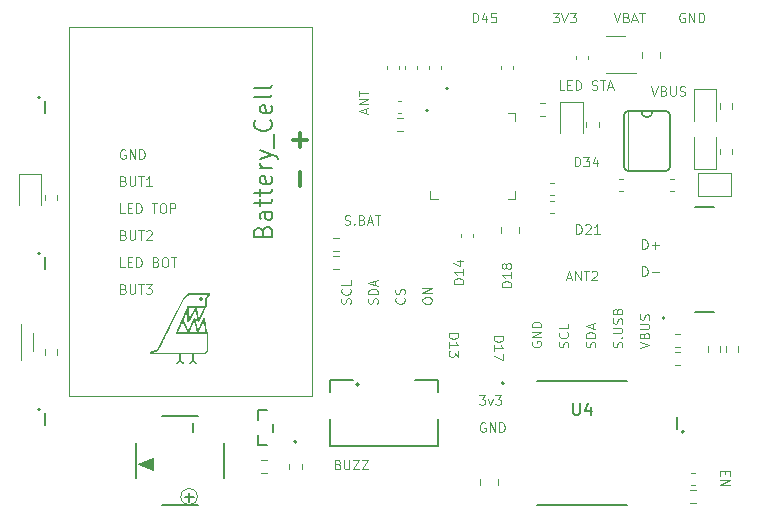
<source format=gbr>
%TF.GenerationSoftware,KiCad,Pcbnew,7.0.9*%
%TF.CreationDate,2024-01-15T23:30:26+02:00*%
%TF.ProjectId,DRM_Watch_V3,44524d5f-5761-4746-9368-5f56332e6b69,rev?*%
%TF.SameCoordinates,Original*%
%TF.FileFunction,Legend,Top*%
%TF.FilePolarity,Positive*%
%FSLAX46Y46*%
G04 Gerber Fmt 4.6, Leading zero omitted, Abs format (unit mm)*
G04 Created by KiCad (PCBNEW 7.0.9) date 2024-01-15 23:30:26*
%MOMM*%
%LPD*%
G01*
G04 APERTURE LIST*
%ADD10C,0.100000*%
%ADD11C,0.150000*%
%ADD12C,0.200000*%
%ADD13C,0.300000*%
%ADD14C,0.120000*%
%ADD15C,0.127000*%
%ADD16C,0.152400*%
%ADD17C,0.050800*%
%ADD18C,0.177000*%
G04 APERTURE END LIST*
D10*
X99221704Y-68247591D02*
X99259800Y-68285687D01*
X99259800Y-68285687D02*
X99297895Y-68399972D01*
X99297895Y-68399972D02*
X99297895Y-68476163D01*
X99297895Y-68476163D02*
X99259800Y-68590449D01*
X99259800Y-68590449D02*
X99183609Y-68666639D01*
X99183609Y-68666639D02*
X99107419Y-68704734D01*
X99107419Y-68704734D02*
X98955038Y-68742830D01*
X98955038Y-68742830D02*
X98840752Y-68742830D01*
X98840752Y-68742830D02*
X98688371Y-68704734D01*
X98688371Y-68704734D02*
X98612180Y-68666639D01*
X98612180Y-68666639D02*
X98535990Y-68590449D01*
X98535990Y-68590449D02*
X98497895Y-68476163D01*
X98497895Y-68476163D02*
X98497895Y-68399972D01*
X98497895Y-68399972D02*
X98535990Y-68285687D01*
X98535990Y-68285687D02*
X98574085Y-68247591D01*
X99259800Y-67942830D02*
X99297895Y-67828544D01*
X99297895Y-67828544D02*
X99297895Y-67638068D01*
X99297895Y-67638068D02*
X99259800Y-67561877D01*
X99259800Y-67561877D02*
X99221704Y-67523782D01*
X99221704Y-67523782D02*
X99145514Y-67485687D01*
X99145514Y-67485687D02*
X99069323Y-67485687D01*
X99069323Y-67485687D02*
X98993133Y-67523782D01*
X98993133Y-67523782D02*
X98955038Y-67561877D01*
X98955038Y-67561877D02*
X98916942Y-67638068D01*
X98916942Y-67638068D02*
X98878847Y-67790449D01*
X98878847Y-67790449D02*
X98840752Y-67866639D01*
X98840752Y-67866639D02*
X98802657Y-67904734D01*
X98802657Y-67904734D02*
X98726466Y-67942830D01*
X98726466Y-67942830D02*
X98650276Y-67942830D01*
X98650276Y-67942830D02*
X98574085Y-67904734D01*
X98574085Y-67904734D02*
X98535990Y-67866639D01*
X98535990Y-67866639D02*
X98497895Y-67790449D01*
X98497895Y-67790449D02*
X98497895Y-67599972D01*
X98497895Y-67599972D02*
X98535990Y-67485687D01*
D11*
X80644070Y-85164077D02*
X81407931Y-85164077D01*
X81026000Y-85546007D02*
X81026000Y-84782146D01*
X81354134Y-79630199D02*
X81354134Y-78865799D01*
D10*
X112994169Y-66557323D02*
X113375122Y-66557323D01*
X112917979Y-66785895D02*
X113184646Y-65985895D01*
X113184646Y-65985895D02*
X113451312Y-66785895D01*
X113717979Y-66785895D02*
X113717979Y-65985895D01*
X113717979Y-65985895D02*
X114175122Y-66785895D01*
X114175122Y-66785895D02*
X114175122Y-65985895D01*
X114441788Y-65985895D02*
X114898931Y-65985895D01*
X114670359Y-66785895D02*
X114670359Y-65985895D01*
X115127502Y-66062085D02*
X115165598Y-66023990D01*
X115165598Y-66023990D02*
X115241788Y-65985895D01*
X115241788Y-65985895D02*
X115432264Y-65985895D01*
X115432264Y-65985895D02*
X115508455Y-66023990D01*
X115508455Y-66023990D02*
X115546550Y-66062085D01*
X115546550Y-66062085D02*
X115584645Y-66138276D01*
X115584645Y-66138276D02*
X115584645Y-66214466D01*
X115584645Y-66214466D02*
X115546550Y-66328752D01*
X115546550Y-66328752D02*
X115089407Y-66785895D01*
X115089407Y-66785895D02*
X115584645Y-66785895D01*
X122976312Y-44179990D02*
X122900122Y-44141895D01*
X122900122Y-44141895D02*
X122785836Y-44141895D01*
X122785836Y-44141895D02*
X122671550Y-44179990D01*
X122671550Y-44179990D02*
X122595360Y-44256180D01*
X122595360Y-44256180D02*
X122557265Y-44332371D01*
X122557265Y-44332371D02*
X122519169Y-44484752D01*
X122519169Y-44484752D02*
X122519169Y-44599038D01*
X122519169Y-44599038D02*
X122557265Y-44751419D01*
X122557265Y-44751419D02*
X122595360Y-44827609D01*
X122595360Y-44827609D02*
X122671550Y-44903800D01*
X122671550Y-44903800D02*
X122785836Y-44941895D01*
X122785836Y-44941895D02*
X122862027Y-44941895D01*
X122862027Y-44941895D02*
X122976312Y-44903800D01*
X122976312Y-44903800D02*
X123014408Y-44865704D01*
X123014408Y-44865704D02*
X123014408Y-44599038D01*
X123014408Y-44599038D02*
X122862027Y-44599038D01*
X123357265Y-44941895D02*
X123357265Y-44141895D01*
X123357265Y-44141895D02*
X123814408Y-44941895D01*
X123814408Y-44941895D02*
X123814408Y-44141895D01*
X124195360Y-44941895D02*
X124195360Y-44141895D01*
X124195360Y-44141895D02*
X124385836Y-44141895D01*
X124385836Y-44141895D02*
X124500122Y-44179990D01*
X124500122Y-44179990D02*
X124576312Y-44256180D01*
X124576312Y-44256180D02*
X124614407Y-44332371D01*
X124614407Y-44332371D02*
X124652503Y-44484752D01*
X124652503Y-44484752D02*
X124652503Y-44599038D01*
X124652503Y-44599038D02*
X124614407Y-44751419D01*
X124614407Y-44751419D02*
X124576312Y-44827609D01*
X124576312Y-44827609D02*
X124500122Y-44903800D01*
X124500122Y-44903800D02*
X124385836Y-44941895D01*
X124385836Y-44941895D02*
X124195360Y-44941895D01*
X119382265Y-64118895D02*
X119382265Y-63318895D01*
X119382265Y-63318895D02*
X119572741Y-63318895D01*
X119572741Y-63318895D02*
X119687027Y-63356990D01*
X119687027Y-63356990D02*
X119763217Y-63433180D01*
X119763217Y-63433180D02*
X119801312Y-63509371D01*
X119801312Y-63509371D02*
X119839408Y-63661752D01*
X119839408Y-63661752D02*
X119839408Y-63776038D01*
X119839408Y-63776038D02*
X119801312Y-63928419D01*
X119801312Y-63928419D02*
X119763217Y-64004609D01*
X119763217Y-64004609D02*
X119687027Y-64080800D01*
X119687027Y-64080800D02*
X119572741Y-64118895D01*
X119572741Y-64118895D02*
X119382265Y-64118895D01*
X120182265Y-63814133D02*
X120791789Y-63814133D01*
X120487027Y-64118895D02*
X120487027Y-63509371D01*
X113667265Y-57133895D02*
X113667265Y-56333895D01*
X113667265Y-56333895D02*
X113857741Y-56333895D01*
X113857741Y-56333895D02*
X113972027Y-56371990D01*
X113972027Y-56371990D02*
X114048217Y-56448180D01*
X114048217Y-56448180D02*
X114086312Y-56524371D01*
X114086312Y-56524371D02*
X114124408Y-56676752D01*
X114124408Y-56676752D02*
X114124408Y-56791038D01*
X114124408Y-56791038D02*
X114086312Y-56943419D01*
X114086312Y-56943419D02*
X114048217Y-57019609D01*
X114048217Y-57019609D02*
X113972027Y-57095800D01*
X113972027Y-57095800D02*
X113857741Y-57133895D01*
X113857741Y-57133895D02*
X113667265Y-57133895D01*
X114391074Y-56333895D02*
X114886312Y-56333895D01*
X114886312Y-56333895D02*
X114619646Y-56638657D01*
X114619646Y-56638657D02*
X114733931Y-56638657D01*
X114733931Y-56638657D02*
X114810122Y-56676752D01*
X114810122Y-56676752D02*
X114848217Y-56714847D01*
X114848217Y-56714847D02*
X114886312Y-56791038D01*
X114886312Y-56791038D02*
X114886312Y-56981514D01*
X114886312Y-56981514D02*
X114848217Y-57057704D01*
X114848217Y-57057704D02*
X114810122Y-57095800D01*
X114810122Y-57095800D02*
X114733931Y-57133895D01*
X114733931Y-57133895D02*
X114505360Y-57133895D01*
X114505360Y-57133895D02*
X114429169Y-57095800D01*
X114429169Y-57095800D02*
X114391074Y-57057704D01*
X115572027Y-56600561D02*
X115572027Y-57133895D01*
X115381551Y-56295800D02*
X115191074Y-56867228D01*
X115191074Y-56867228D02*
X115686313Y-56867228D01*
X75452931Y-67509847D02*
X75567217Y-67547942D01*
X75567217Y-67547942D02*
X75605312Y-67586038D01*
X75605312Y-67586038D02*
X75643408Y-67662228D01*
X75643408Y-67662228D02*
X75643408Y-67776514D01*
X75643408Y-67776514D02*
X75605312Y-67852704D01*
X75605312Y-67852704D02*
X75567217Y-67890800D01*
X75567217Y-67890800D02*
X75491027Y-67928895D01*
X75491027Y-67928895D02*
X75186265Y-67928895D01*
X75186265Y-67928895D02*
X75186265Y-67128895D01*
X75186265Y-67128895D02*
X75452931Y-67128895D01*
X75452931Y-67128895D02*
X75529122Y-67166990D01*
X75529122Y-67166990D02*
X75567217Y-67205085D01*
X75567217Y-67205085D02*
X75605312Y-67281276D01*
X75605312Y-67281276D02*
X75605312Y-67357466D01*
X75605312Y-67357466D02*
X75567217Y-67433657D01*
X75567217Y-67433657D02*
X75529122Y-67471752D01*
X75529122Y-67471752D02*
X75452931Y-67509847D01*
X75452931Y-67509847D02*
X75186265Y-67509847D01*
X75986265Y-67128895D02*
X75986265Y-67776514D01*
X75986265Y-67776514D02*
X76024360Y-67852704D01*
X76024360Y-67852704D02*
X76062455Y-67890800D01*
X76062455Y-67890800D02*
X76138646Y-67928895D01*
X76138646Y-67928895D02*
X76291027Y-67928895D01*
X76291027Y-67928895D02*
X76367217Y-67890800D01*
X76367217Y-67890800D02*
X76405312Y-67852704D01*
X76405312Y-67852704D02*
X76443408Y-67776514D01*
X76443408Y-67776514D02*
X76443408Y-67128895D01*
X76710074Y-67128895D02*
X77167217Y-67128895D01*
X76938645Y-67928895D02*
X76938645Y-67128895D01*
X77357693Y-67128895D02*
X77852931Y-67128895D01*
X77852931Y-67128895D02*
X77586265Y-67433657D01*
X77586265Y-67433657D02*
X77700550Y-67433657D01*
X77700550Y-67433657D02*
X77776741Y-67471752D01*
X77776741Y-67471752D02*
X77814836Y-67509847D01*
X77814836Y-67509847D02*
X77852931Y-67586038D01*
X77852931Y-67586038D02*
X77852931Y-67776514D01*
X77852931Y-67776514D02*
X77814836Y-67852704D01*
X77814836Y-67852704D02*
X77776741Y-67890800D01*
X77776741Y-67890800D02*
X77700550Y-67928895D01*
X77700550Y-67928895D02*
X77471979Y-67928895D01*
X77471979Y-67928895D02*
X77395788Y-67890800D01*
X77395788Y-67890800D02*
X77357693Y-67852704D01*
D12*
X87273814Y-62626142D02*
X87345242Y-62411856D01*
X87345242Y-62411856D02*
X87416671Y-62340427D01*
X87416671Y-62340427D02*
X87559528Y-62268999D01*
X87559528Y-62268999D02*
X87773814Y-62268999D01*
X87773814Y-62268999D02*
X87916671Y-62340427D01*
X87916671Y-62340427D02*
X87988100Y-62411856D01*
X87988100Y-62411856D02*
X88059528Y-62554713D01*
X88059528Y-62554713D02*
X88059528Y-63126142D01*
X88059528Y-63126142D02*
X86559528Y-63126142D01*
X86559528Y-63126142D02*
X86559528Y-62626142D01*
X86559528Y-62626142D02*
X86630957Y-62483285D01*
X86630957Y-62483285D02*
X86702385Y-62411856D01*
X86702385Y-62411856D02*
X86845242Y-62340427D01*
X86845242Y-62340427D02*
X86988100Y-62340427D01*
X86988100Y-62340427D02*
X87130957Y-62411856D01*
X87130957Y-62411856D02*
X87202385Y-62483285D01*
X87202385Y-62483285D02*
X87273814Y-62626142D01*
X87273814Y-62626142D02*
X87273814Y-63126142D01*
X88059528Y-60983285D02*
X87273814Y-60983285D01*
X87273814Y-60983285D02*
X87130957Y-61054713D01*
X87130957Y-61054713D02*
X87059528Y-61197570D01*
X87059528Y-61197570D02*
X87059528Y-61483285D01*
X87059528Y-61483285D02*
X87130957Y-61626142D01*
X87988100Y-60983285D02*
X88059528Y-61126142D01*
X88059528Y-61126142D02*
X88059528Y-61483285D01*
X88059528Y-61483285D02*
X87988100Y-61626142D01*
X87988100Y-61626142D02*
X87845242Y-61697570D01*
X87845242Y-61697570D02*
X87702385Y-61697570D01*
X87702385Y-61697570D02*
X87559528Y-61626142D01*
X87559528Y-61626142D02*
X87488100Y-61483285D01*
X87488100Y-61483285D02*
X87488100Y-61126142D01*
X87488100Y-61126142D02*
X87416671Y-60983285D01*
X87059528Y-60483284D02*
X87059528Y-59911856D01*
X86559528Y-60268999D02*
X87845242Y-60268999D01*
X87845242Y-60268999D02*
X87988100Y-60197570D01*
X87988100Y-60197570D02*
X88059528Y-60054713D01*
X88059528Y-60054713D02*
X88059528Y-59911856D01*
X87059528Y-59626141D02*
X87059528Y-59054713D01*
X86559528Y-59411856D02*
X87845242Y-59411856D01*
X87845242Y-59411856D02*
X87988100Y-59340427D01*
X87988100Y-59340427D02*
X88059528Y-59197570D01*
X88059528Y-59197570D02*
X88059528Y-59054713D01*
X87988100Y-57983284D02*
X88059528Y-58126141D01*
X88059528Y-58126141D02*
X88059528Y-58411856D01*
X88059528Y-58411856D02*
X87988100Y-58554713D01*
X87988100Y-58554713D02*
X87845242Y-58626141D01*
X87845242Y-58626141D02*
X87273814Y-58626141D01*
X87273814Y-58626141D02*
X87130957Y-58554713D01*
X87130957Y-58554713D02*
X87059528Y-58411856D01*
X87059528Y-58411856D02*
X87059528Y-58126141D01*
X87059528Y-58126141D02*
X87130957Y-57983284D01*
X87130957Y-57983284D02*
X87273814Y-57911856D01*
X87273814Y-57911856D02*
X87416671Y-57911856D01*
X87416671Y-57911856D02*
X87559528Y-58626141D01*
X88059528Y-57268999D02*
X87059528Y-57268999D01*
X87345242Y-57268999D02*
X87202385Y-57197570D01*
X87202385Y-57197570D02*
X87130957Y-57126142D01*
X87130957Y-57126142D02*
X87059528Y-56983284D01*
X87059528Y-56983284D02*
X87059528Y-56840427D01*
X87059528Y-56483285D02*
X88059528Y-56126142D01*
X87059528Y-55768999D02*
X88059528Y-56126142D01*
X88059528Y-56126142D02*
X88416671Y-56268999D01*
X88416671Y-56268999D02*
X88488100Y-56340428D01*
X88488100Y-56340428D02*
X88559528Y-56483285D01*
X88202385Y-55554714D02*
X88202385Y-54411856D01*
X87916671Y-53197571D02*
X87988100Y-53268999D01*
X87988100Y-53268999D02*
X88059528Y-53483285D01*
X88059528Y-53483285D02*
X88059528Y-53626142D01*
X88059528Y-53626142D02*
X87988100Y-53840428D01*
X87988100Y-53840428D02*
X87845242Y-53983285D01*
X87845242Y-53983285D02*
X87702385Y-54054714D01*
X87702385Y-54054714D02*
X87416671Y-54126142D01*
X87416671Y-54126142D02*
X87202385Y-54126142D01*
X87202385Y-54126142D02*
X86916671Y-54054714D01*
X86916671Y-54054714D02*
X86773814Y-53983285D01*
X86773814Y-53983285D02*
X86630957Y-53840428D01*
X86630957Y-53840428D02*
X86559528Y-53626142D01*
X86559528Y-53626142D02*
X86559528Y-53483285D01*
X86559528Y-53483285D02*
X86630957Y-53268999D01*
X86630957Y-53268999D02*
X86702385Y-53197571D01*
X87988100Y-51983285D02*
X88059528Y-52126142D01*
X88059528Y-52126142D02*
X88059528Y-52411857D01*
X88059528Y-52411857D02*
X87988100Y-52554714D01*
X87988100Y-52554714D02*
X87845242Y-52626142D01*
X87845242Y-52626142D02*
X87273814Y-52626142D01*
X87273814Y-52626142D02*
X87130957Y-52554714D01*
X87130957Y-52554714D02*
X87059528Y-52411857D01*
X87059528Y-52411857D02*
X87059528Y-52126142D01*
X87059528Y-52126142D02*
X87130957Y-51983285D01*
X87130957Y-51983285D02*
X87273814Y-51911857D01*
X87273814Y-51911857D02*
X87416671Y-51911857D01*
X87416671Y-51911857D02*
X87559528Y-52626142D01*
X88059528Y-51054714D02*
X87988100Y-51197571D01*
X87988100Y-51197571D02*
X87845242Y-51269000D01*
X87845242Y-51269000D02*
X86559528Y-51269000D01*
X88059528Y-50269000D02*
X87988100Y-50411857D01*
X87988100Y-50411857D02*
X87845242Y-50483286D01*
X87845242Y-50483286D02*
X86559528Y-50483286D01*
D13*
X90415400Y-55452489D02*
X90415400Y-54309632D01*
X90986828Y-54881060D02*
X89843971Y-54881060D01*
X90415400Y-58754489D02*
X90415400Y-57611632D01*
D10*
X100783895Y-68552353D02*
X100783895Y-68399972D01*
X100783895Y-68399972D02*
X100821990Y-68323782D01*
X100821990Y-68323782D02*
X100898180Y-68247591D01*
X100898180Y-68247591D02*
X101050561Y-68209496D01*
X101050561Y-68209496D02*
X101317228Y-68209496D01*
X101317228Y-68209496D02*
X101469609Y-68247591D01*
X101469609Y-68247591D02*
X101545800Y-68323782D01*
X101545800Y-68323782D02*
X101583895Y-68399972D01*
X101583895Y-68399972D02*
X101583895Y-68552353D01*
X101583895Y-68552353D02*
X101545800Y-68628544D01*
X101545800Y-68628544D02*
X101469609Y-68704734D01*
X101469609Y-68704734D02*
X101317228Y-68742830D01*
X101317228Y-68742830D02*
X101050561Y-68742830D01*
X101050561Y-68742830D02*
X100898180Y-68704734D01*
X100898180Y-68704734D02*
X100821990Y-68628544D01*
X100821990Y-68628544D02*
X100783895Y-68552353D01*
X101583895Y-67866639D02*
X100783895Y-67866639D01*
X100783895Y-67866639D02*
X101583895Y-67409496D01*
X101583895Y-67409496D02*
X100783895Y-67409496D01*
X75567217Y-65642895D02*
X75186265Y-65642895D01*
X75186265Y-65642895D02*
X75186265Y-64842895D01*
X75833884Y-65223847D02*
X76100550Y-65223847D01*
X76214836Y-65642895D02*
X75833884Y-65642895D01*
X75833884Y-65642895D02*
X75833884Y-64842895D01*
X75833884Y-64842895D02*
X76214836Y-64842895D01*
X76557694Y-65642895D02*
X76557694Y-64842895D01*
X76557694Y-64842895D02*
X76748170Y-64842895D01*
X76748170Y-64842895D02*
X76862456Y-64880990D01*
X76862456Y-64880990D02*
X76938646Y-64957180D01*
X76938646Y-64957180D02*
X76976741Y-65033371D01*
X76976741Y-65033371D02*
X77014837Y-65185752D01*
X77014837Y-65185752D02*
X77014837Y-65300038D01*
X77014837Y-65300038D02*
X76976741Y-65452419D01*
X76976741Y-65452419D02*
X76938646Y-65528609D01*
X76938646Y-65528609D02*
X76862456Y-65604800D01*
X76862456Y-65604800D02*
X76748170Y-65642895D01*
X76748170Y-65642895D02*
X76557694Y-65642895D01*
X78233884Y-65223847D02*
X78348170Y-65261942D01*
X78348170Y-65261942D02*
X78386265Y-65300038D01*
X78386265Y-65300038D02*
X78424361Y-65376228D01*
X78424361Y-65376228D02*
X78424361Y-65490514D01*
X78424361Y-65490514D02*
X78386265Y-65566704D01*
X78386265Y-65566704D02*
X78348170Y-65604800D01*
X78348170Y-65604800D02*
X78271980Y-65642895D01*
X78271980Y-65642895D02*
X77967218Y-65642895D01*
X77967218Y-65642895D02*
X77967218Y-64842895D01*
X77967218Y-64842895D02*
X78233884Y-64842895D01*
X78233884Y-64842895D02*
X78310075Y-64880990D01*
X78310075Y-64880990D02*
X78348170Y-64919085D01*
X78348170Y-64919085D02*
X78386265Y-64995276D01*
X78386265Y-64995276D02*
X78386265Y-65071466D01*
X78386265Y-65071466D02*
X78348170Y-65147657D01*
X78348170Y-65147657D02*
X78310075Y-65185752D01*
X78310075Y-65185752D02*
X78233884Y-65223847D01*
X78233884Y-65223847D02*
X77967218Y-65223847D01*
X78919599Y-64842895D02*
X79071980Y-64842895D01*
X79071980Y-64842895D02*
X79148170Y-64880990D01*
X79148170Y-64880990D02*
X79224361Y-64957180D01*
X79224361Y-64957180D02*
X79262456Y-65109561D01*
X79262456Y-65109561D02*
X79262456Y-65376228D01*
X79262456Y-65376228D02*
X79224361Y-65528609D01*
X79224361Y-65528609D02*
X79148170Y-65604800D01*
X79148170Y-65604800D02*
X79071980Y-65642895D01*
X79071980Y-65642895D02*
X78919599Y-65642895D01*
X78919599Y-65642895D02*
X78843408Y-65604800D01*
X78843408Y-65604800D02*
X78767218Y-65528609D01*
X78767218Y-65528609D02*
X78729122Y-65376228D01*
X78729122Y-65376228D02*
X78729122Y-65109561D01*
X78729122Y-65109561D02*
X78767218Y-64957180D01*
X78767218Y-64957180D02*
X78843408Y-64880990D01*
X78843408Y-64880990D02*
X78919599Y-64842895D01*
X79491027Y-64842895D02*
X79948170Y-64842895D01*
X79719598Y-65642895D02*
X79719598Y-64842895D01*
X117674800Y-72425830D02*
X117712895Y-72311544D01*
X117712895Y-72311544D02*
X117712895Y-72121068D01*
X117712895Y-72121068D02*
X117674800Y-72044877D01*
X117674800Y-72044877D02*
X117636704Y-72006782D01*
X117636704Y-72006782D02*
X117560514Y-71968687D01*
X117560514Y-71968687D02*
X117484323Y-71968687D01*
X117484323Y-71968687D02*
X117408133Y-72006782D01*
X117408133Y-72006782D02*
X117370038Y-72044877D01*
X117370038Y-72044877D02*
X117331942Y-72121068D01*
X117331942Y-72121068D02*
X117293847Y-72273449D01*
X117293847Y-72273449D02*
X117255752Y-72349639D01*
X117255752Y-72349639D02*
X117217657Y-72387734D01*
X117217657Y-72387734D02*
X117141466Y-72425830D01*
X117141466Y-72425830D02*
X117065276Y-72425830D01*
X117065276Y-72425830D02*
X116989085Y-72387734D01*
X116989085Y-72387734D02*
X116950990Y-72349639D01*
X116950990Y-72349639D02*
X116912895Y-72273449D01*
X116912895Y-72273449D02*
X116912895Y-72082972D01*
X116912895Y-72082972D02*
X116950990Y-71968687D01*
X117636704Y-71625829D02*
X117674800Y-71587734D01*
X117674800Y-71587734D02*
X117712895Y-71625829D01*
X117712895Y-71625829D02*
X117674800Y-71663925D01*
X117674800Y-71663925D02*
X117636704Y-71625829D01*
X117636704Y-71625829D02*
X117712895Y-71625829D01*
X116912895Y-71244877D02*
X117560514Y-71244877D01*
X117560514Y-71244877D02*
X117636704Y-71206782D01*
X117636704Y-71206782D02*
X117674800Y-71168687D01*
X117674800Y-71168687D02*
X117712895Y-71092496D01*
X117712895Y-71092496D02*
X117712895Y-70940115D01*
X117712895Y-70940115D02*
X117674800Y-70863925D01*
X117674800Y-70863925D02*
X117636704Y-70825830D01*
X117636704Y-70825830D02*
X117560514Y-70787734D01*
X117560514Y-70787734D02*
X116912895Y-70787734D01*
X117674800Y-70444878D02*
X117712895Y-70330592D01*
X117712895Y-70330592D02*
X117712895Y-70140116D01*
X117712895Y-70140116D02*
X117674800Y-70063925D01*
X117674800Y-70063925D02*
X117636704Y-70025830D01*
X117636704Y-70025830D02*
X117560514Y-69987735D01*
X117560514Y-69987735D02*
X117484323Y-69987735D01*
X117484323Y-69987735D02*
X117408133Y-70025830D01*
X117408133Y-70025830D02*
X117370038Y-70063925D01*
X117370038Y-70063925D02*
X117331942Y-70140116D01*
X117331942Y-70140116D02*
X117293847Y-70292497D01*
X117293847Y-70292497D02*
X117255752Y-70368687D01*
X117255752Y-70368687D02*
X117217657Y-70406782D01*
X117217657Y-70406782D02*
X117141466Y-70444878D01*
X117141466Y-70444878D02*
X117065276Y-70444878D01*
X117065276Y-70444878D02*
X116989085Y-70406782D01*
X116989085Y-70406782D02*
X116950990Y-70368687D01*
X116950990Y-70368687D02*
X116912895Y-70292497D01*
X116912895Y-70292497D02*
X116912895Y-70102020D01*
X116912895Y-70102020D02*
X116950990Y-69987735D01*
X117293847Y-69378211D02*
X117331942Y-69263925D01*
X117331942Y-69263925D02*
X117370038Y-69225830D01*
X117370038Y-69225830D02*
X117446228Y-69187734D01*
X117446228Y-69187734D02*
X117560514Y-69187734D01*
X117560514Y-69187734D02*
X117636704Y-69225830D01*
X117636704Y-69225830D02*
X117674800Y-69263925D01*
X117674800Y-69263925D02*
X117712895Y-69340115D01*
X117712895Y-69340115D02*
X117712895Y-69644877D01*
X117712895Y-69644877D02*
X116912895Y-69644877D01*
X116912895Y-69644877D02*
X116912895Y-69378211D01*
X116912895Y-69378211D02*
X116950990Y-69302020D01*
X116950990Y-69302020D02*
X116989085Y-69263925D01*
X116989085Y-69263925D02*
X117065276Y-69225830D01*
X117065276Y-69225830D02*
X117141466Y-69225830D01*
X117141466Y-69225830D02*
X117217657Y-69263925D01*
X117217657Y-69263925D02*
X117255752Y-69302020D01*
X117255752Y-69302020D02*
X117293847Y-69378211D01*
X117293847Y-69378211D02*
X117293847Y-69644877D01*
X94198169Y-62048800D02*
X94312455Y-62086895D01*
X94312455Y-62086895D02*
X94502931Y-62086895D01*
X94502931Y-62086895D02*
X94579122Y-62048800D01*
X94579122Y-62048800D02*
X94617217Y-62010704D01*
X94617217Y-62010704D02*
X94655312Y-61934514D01*
X94655312Y-61934514D02*
X94655312Y-61858323D01*
X94655312Y-61858323D02*
X94617217Y-61782133D01*
X94617217Y-61782133D02*
X94579122Y-61744038D01*
X94579122Y-61744038D02*
X94502931Y-61705942D01*
X94502931Y-61705942D02*
X94350550Y-61667847D01*
X94350550Y-61667847D02*
X94274360Y-61629752D01*
X94274360Y-61629752D02*
X94236265Y-61591657D01*
X94236265Y-61591657D02*
X94198169Y-61515466D01*
X94198169Y-61515466D02*
X94198169Y-61439276D01*
X94198169Y-61439276D02*
X94236265Y-61363085D01*
X94236265Y-61363085D02*
X94274360Y-61324990D01*
X94274360Y-61324990D02*
X94350550Y-61286895D01*
X94350550Y-61286895D02*
X94541027Y-61286895D01*
X94541027Y-61286895D02*
X94655312Y-61324990D01*
X94998170Y-62010704D02*
X95036265Y-62048800D01*
X95036265Y-62048800D02*
X94998170Y-62086895D01*
X94998170Y-62086895D02*
X94960074Y-62048800D01*
X94960074Y-62048800D02*
X94998170Y-62010704D01*
X94998170Y-62010704D02*
X94998170Y-62086895D01*
X95645788Y-61667847D02*
X95760074Y-61705942D01*
X95760074Y-61705942D02*
X95798169Y-61744038D01*
X95798169Y-61744038D02*
X95836265Y-61820228D01*
X95836265Y-61820228D02*
X95836265Y-61934514D01*
X95836265Y-61934514D02*
X95798169Y-62010704D01*
X95798169Y-62010704D02*
X95760074Y-62048800D01*
X95760074Y-62048800D02*
X95683884Y-62086895D01*
X95683884Y-62086895D02*
X95379122Y-62086895D01*
X95379122Y-62086895D02*
X95379122Y-61286895D01*
X95379122Y-61286895D02*
X95645788Y-61286895D01*
X95645788Y-61286895D02*
X95721979Y-61324990D01*
X95721979Y-61324990D02*
X95760074Y-61363085D01*
X95760074Y-61363085D02*
X95798169Y-61439276D01*
X95798169Y-61439276D02*
X95798169Y-61515466D01*
X95798169Y-61515466D02*
X95760074Y-61591657D01*
X95760074Y-61591657D02*
X95721979Y-61629752D01*
X95721979Y-61629752D02*
X95645788Y-61667847D01*
X95645788Y-61667847D02*
X95379122Y-61667847D01*
X96141026Y-61858323D02*
X96521979Y-61858323D01*
X96064836Y-62086895D02*
X96331503Y-61286895D01*
X96331503Y-61286895D02*
X96598169Y-62086895D01*
X96750550Y-61286895D02*
X97207693Y-61286895D01*
X96979121Y-62086895D02*
X96979121Y-61286895D01*
X113102800Y-72425830D02*
X113140895Y-72311544D01*
X113140895Y-72311544D02*
X113140895Y-72121068D01*
X113140895Y-72121068D02*
X113102800Y-72044877D01*
X113102800Y-72044877D02*
X113064704Y-72006782D01*
X113064704Y-72006782D02*
X112988514Y-71968687D01*
X112988514Y-71968687D02*
X112912323Y-71968687D01*
X112912323Y-71968687D02*
X112836133Y-72006782D01*
X112836133Y-72006782D02*
X112798038Y-72044877D01*
X112798038Y-72044877D02*
X112759942Y-72121068D01*
X112759942Y-72121068D02*
X112721847Y-72273449D01*
X112721847Y-72273449D02*
X112683752Y-72349639D01*
X112683752Y-72349639D02*
X112645657Y-72387734D01*
X112645657Y-72387734D02*
X112569466Y-72425830D01*
X112569466Y-72425830D02*
X112493276Y-72425830D01*
X112493276Y-72425830D02*
X112417085Y-72387734D01*
X112417085Y-72387734D02*
X112378990Y-72349639D01*
X112378990Y-72349639D02*
X112340895Y-72273449D01*
X112340895Y-72273449D02*
X112340895Y-72082972D01*
X112340895Y-72082972D02*
X112378990Y-71968687D01*
X113064704Y-71168686D02*
X113102800Y-71206782D01*
X113102800Y-71206782D02*
X113140895Y-71321067D01*
X113140895Y-71321067D02*
X113140895Y-71397258D01*
X113140895Y-71397258D02*
X113102800Y-71511544D01*
X113102800Y-71511544D02*
X113026609Y-71587734D01*
X113026609Y-71587734D02*
X112950419Y-71625829D01*
X112950419Y-71625829D02*
X112798038Y-71663925D01*
X112798038Y-71663925D02*
X112683752Y-71663925D01*
X112683752Y-71663925D02*
X112531371Y-71625829D01*
X112531371Y-71625829D02*
X112455180Y-71587734D01*
X112455180Y-71587734D02*
X112378990Y-71511544D01*
X112378990Y-71511544D02*
X112340895Y-71397258D01*
X112340895Y-71397258D02*
X112340895Y-71321067D01*
X112340895Y-71321067D02*
X112378990Y-71206782D01*
X112378990Y-71206782D02*
X112417085Y-71168686D01*
X113140895Y-70444877D02*
X113140895Y-70825829D01*
X113140895Y-70825829D02*
X112340895Y-70825829D01*
X103013104Y-71249265D02*
X103813104Y-71249265D01*
X103813104Y-71249265D02*
X103813104Y-71439741D01*
X103813104Y-71439741D02*
X103775009Y-71554027D01*
X103775009Y-71554027D02*
X103698819Y-71630217D01*
X103698819Y-71630217D02*
X103622628Y-71668312D01*
X103622628Y-71668312D02*
X103470247Y-71706408D01*
X103470247Y-71706408D02*
X103355961Y-71706408D01*
X103355961Y-71706408D02*
X103203580Y-71668312D01*
X103203580Y-71668312D02*
X103127390Y-71630217D01*
X103127390Y-71630217D02*
X103051200Y-71554027D01*
X103051200Y-71554027D02*
X103013104Y-71439741D01*
X103013104Y-71439741D02*
X103013104Y-71249265D01*
X103013104Y-72468312D02*
X103013104Y-72011169D01*
X103013104Y-72239741D02*
X103813104Y-72239741D01*
X103813104Y-72239741D02*
X103698819Y-72163550D01*
X103698819Y-72163550D02*
X103622628Y-72087360D01*
X103622628Y-72087360D02*
X103584533Y-72011169D01*
X103813104Y-72734979D02*
X103813104Y-73230217D01*
X103813104Y-73230217D02*
X103508342Y-72963551D01*
X103508342Y-72963551D02*
X103508342Y-73077836D01*
X103508342Y-73077836D02*
X103470247Y-73154027D01*
X103470247Y-73154027D02*
X103432152Y-73192122D01*
X103432152Y-73192122D02*
X103355961Y-73230217D01*
X103355961Y-73230217D02*
X103165485Y-73230217D01*
X103165485Y-73230217D02*
X103089295Y-73192122D01*
X103089295Y-73192122D02*
X103051200Y-73154027D01*
X103051200Y-73154027D02*
X103013104Y-73077836D01*
X103013104Y-73077836D02*
X103013104Y-72849265D01*
X103013104Y-72849265D02*
X103051200Y-72773074D01*
X103051200Y-72773074D02*
X103089295Y-72734979D01*
X96973800Y-68742830D02*
X97011895Y-68628544D01*
X97011895Y-68628544D02*
X97011895Y-68438068D01*
X97011895Y-68438068D02*
X96973800Y-68361877D01*
X96973800Y-68361877D02*
X96935704Y-68323782D01*
X96935704Y-68323782D02*
X96859514Y-68285687D01*
X96859514Y-68285687D02*
X96783323Y-68285687D01*
X96783323Y-68285687D02*
X96707133Y-68323782D01*
X96707133Y-68323782D02*
X96669038Y-68361877D01*
X96669038Y-68361877D02*
X96630942Y-68438068D01*
X96630942Y-68438068D02*
X96592847Y-68590449D01*
X96592847Y-68590449D02*
X96554752Y-68666639D01*
X96554752Y-68666639D02*
X96516657Y-68704734D01*
X96516657Y-68704734D02*
X96440466Y-68742830D01*
X96440466Y-68742830D02*
X96364276Y-68742830D01*
X96364276Y-68742830D02*
X96288085Y-68704734D01*
X96288085Y-68704734D02*
X96249990Y-68666639D01*
X96249990Y-68666639D02*
X96211895Y-68590449D01*
X96211895Y-68590449D02*
X96211895Y-68399972D01*
X96211895Y-68399972D02*
X96249990Y-68285687D01*
X97011895Y-67942829D02*
X96211895Y-67942829D01*
X96211895Y-67942829D02*
X96211895Y-67752353D01*
X96211895Y-67752353D02*
X96249990Y-67638067D01*
X96249990Y-67638067D02*
X96326180Y-67561877D01*
X96326180Y-67561877D02*
X96402371Y-67523782D01*
X96402371Y-67523782D02*
X96554752Y-67485686D01*
X96554752Y-67485686D02*
X96669038Y-67485686D01*
X96669038Y-67485686D02*
X96821419Y-67523782D01*
X96821419Y-67523782D02*
X96897609Y-67561877D01*
X96897609Y-67561877D02*
X96973800Y-67638067D01*
X96973800Y-67638067D02*
X97011895Y-67752353D01*
X97011895Y-67752353D02*
X97011895Y-67942829D01*
X96783323Y-67180925D02*
X96783323Y-66799972D01*
X97011895Y-67257115D02*
X96211895Y-66990448D01*
X96211895Y-66990448D02*
X97011895Y-66723782D01*
D11*
X113538095Y-77178819D02*
X113538095Y-77988342D01*
X113538095Y-77988342D02*
X113585714Y-78083580D01*
X113585714Y-78083580D02*
X113633333Y-78131200D01*
X113633333Y-78131200D02*
X113728571Y-78178819D01*
X113728571Y-78178819D02*
X113919047Y-78178819D01*
X113919047Y-78178819D02*
X114014285Y-78131200D01*
X114014285Y-78131200D02*
X114061904Y-78083580D01*
X114061904Y-78083580D02*
X114109523Y-77988342D01*
X114109523Y-77988342D02*
X114109523Y-77178819D01*
X115014285Y-77512152D02*
X115014285Y-78178819D01*
X114776190Y-77131200D02*
X114538095Y-77845485D01*
X114538095Y-77845485D02*
X115157142Y-77845485D01*
D10*
X113794265Y-62848895D02*
X113794265Y-62048895D01*
X113794265Y-62048895D02*
X113984741Y-62048895D01*
X113984741Y-62048895D02*
X114099027Y-62086990D01*
X114099027Y-62086990D02*
X114175217Y-62163180D01*
X114175217Y-62163180D02*
X114213312Y-62239371D01*
X114213312Y-62239371D02*
X114251408Y-62391752D01*
X114251408Y-62391752D02*
X114251408Y-62506038D01*
X114251408Y-62506038D02*
X114213312Y-62658419D01*
X114213312Y-62658419D02*
X114175217Y-62734609D01*
X114175217Y-62734609D02*
X114099027Y-62810800D01*
X114099027Y-62810800D02*
X113984741Y-62848895D01*
X113984741Y-62848895D02*
X113794265Y-62848895D01*
X114556169Y-62125085D02*
X114594265Y-62086990D01*
X114594265Y-62086990D02*
X114670455Y-62048895D01*
X114670455Y-62048895D02*
X114860931Y-62048895D01*
X114860931Y-62048895D02*
X114937122Y-62086990D01*
X114937122Y-62086990D02*
X114975217Y-62125085D01*
X114975217Y-62125085D02*
X115013312Y-62201276D01*
X115013312Y-62201276D02*
X115013312Y-62277466D01*
X115013312Y-62277466D02*
X114975217Y-62391752D01*
X114975217Y-62391752D02*
X114518074Y-62848895D01*
X114518074Y-62848895D02*
X115013312Y-62848895D01*
X115775217Y-62848895D02*
X115318074Y-62848895D01*
X115546646Y-62848895D02*
X115546646Y-62048895D01*
X115546646Y-62048895D02*
X115470455Y-62163180D01*
X115470455Y-62163180D02*
X115394265Y-62239371D01*
X115394265Y-62239371D02*
X115318074Y-62277466D01*
X111813074Y-44141895D02*
X112308312Y-44141895D01*
X112308312Y-44141895D02*
X112041646Y-44446657D01*
X112041646Y-44446657D02*
X112155931Y-44446657D01*
X112155931Y-44446657D02*
X112232122Y-44484752D01*
X112232122Y-44484752D02*
X112270217Y-44522847D01*
X112270217Y-44522847D02*
X112308312Y-44599038D01*
X112308312Y-44599038D02*
X112308312Y-44789514D01*
X112308312Y-44789514D02*
X112270217Y-44865704D01*
X112270217Y-44865704D02*
X112232122Y-44903800D01*
X112232122Y-44903800D02*
X112155931Y-44941895D01*
X112155931Y-44941895D02*
X111927360Y-44941895D01*
X111927360Y-44941895D02*
X111851169Y-44903800D01*
X111851169Y-44903800D02*
X111813074Y-44865704D01*
X112536884Y-44141895D02*
X112803551Y-44941895D01*
X112803551Y-44941895D02*
X113070217Y-44141895D01*
X113260693Y-44141895D02*
X113755931Y-44141895D01*
X113755931Y-44141895D02*
X113489265Y-44446657D01*
X113489265Y-44446657D02*
X113603550Y-44446657D01*
X113603550Y-44446657D02*
X113679741Y-44484752D01*
X113679741Y-44484752D02*
X113717836Y-44522847D01*
X113717836Y-44522847D02*
X113755931Y-44599038D01*
X113755931Y-44599038D02*
X113755931Y-44789514D01*
X113755931Y-44789514D02*
X113717836Y-44865704D01*
X113717836Y-44865704D02*
X113679741Y-44903800D01*
X113679741Y-44903800D02*
X113603550Y-44941895D01*
X113603550Y-44941895D02*
X113374979Y-44941895D01*
X113374979Y-44941895D02*
X113298788Y-44903800D01*
X113298788Y-44903800D02*
X113260693Y-44865704D01*
X119198895Y-72502020D02*
X119998895Y-72235353D01*
X119998895Y-72235353D02*
X119198895Y-71968687D01*
X119579847Y-71435354D02*
X119617942Y-71321068D01*
X119617942Y-71321068D02*
X119656038Y-71282973D01*
X119656038Y-71282973D02*
X119732228Y-71244877D01*
X119732228Y-71244877D02*
X119846514Y-71244877D01*
X119846514Y-71244877D02*
X119922704Y-71282973D01*
X119922704Y-71282973D02*
X119960800Y-71321068D01*
X119960800Y-71321068D02*
X119998895Y-71397258D01*
X119998895Y-71397258D02*
X119998895Y-71702020D01*
X119998895Y-71702020D02*
X119198895Y-71702020D01*
X119198895Y-71702020D02*
X119198895Y-71435354D01*
X119198895Y-71435354D02*
X119236990Y-71359163D01*
X119236990Y-71359163D02*
X119275085Y-71321068D01*
X119275085Y-71321068D02*
X119351276Y-71282973D01*
X119351276Y-71282973D02*
X119427466Y-71282973D01*
X119427466Y-71282973D02*
X119503657Y-71321068D01*
X119503657Y-71321068D02*
X119541752Y-71359163D01*
X119541752Y-71359163D02*
X119579847Y-71435354D01*
X119579847Y-71435354D02*
X119579847Y-71702020D01*
X119198895Y-70902020D02*
X119846514Y-70902020D01*
X119846514Y-70902020D02*
X119922704Y-70863925D01*
X119922704Y-70863925D02*
X119960800Y-70825830D01*
X119960800Y-70825830D02*
X119998895Y-70749639D01*
X119998895Y-70749639D02*
X119998895Y-70597258D01*
X119998895Y-70597258D02*
X119960800Y-70521068D01*
X119960800Y-70521068D02*
X119922704Y-70482973D01*
X119922704Y-70482973D02*
X119846514Y-70444877D01*
X119846514Y-70444877D02*
X119198895Y-70444877D01*
X119960800Y-70102021D02*
X119998895Y-69987735D01*
X119998895Y-69987735D02*
X119998895Y-69797259D01*
X119998895Y-69797259D02*
X119960800Y-69721068D01*
X119960800Y-69721068D02*
X119922704Y-69682973D01*
X119922704Y-69682973D02*
X119846514Y-69644878D01*
X119846514Y-69644878D02*
X119770323Y-69644878D01*
X119770323Y-69644878D02*
X119694133Y-69682973D01*
X119694133Y-69682973D02*
X119656038Y-69721068D01*
X119656038Y-69721068D02*
X119617942Y-69797259D01*
X119617942Y-69797259D02*
X119579847Y-69949640D01*
X119579847Y-69949640D02*
X119541752Y-70025830D01*
X119541752Y-70025830D02*
X119503657Y-70063925D01*
X119503657Y-70063925D02*
X119427466Y-70102021D01*
X119427466Y-70102021D02*
X119351276Y-70102021D01*
X119351276Y-70102021D02*
X119275085Y-70063925D01*
X119275085Y-70063925D02*
X119236990Y-70025830D01*
X119236990Y-70025830D02*
X119198895Y-69949640D01*
X119198895Y-69949640D02*
X119198895Y-69759163D01*
X119198895Y-69759163D02*
X119236990Y-69644878D01*
X104250895Y-67053734D02*
X103450895Y-67053734D01*
X103450895Y-67053734D02*
X103450895Y-66863258D01*
X103450895Y-66863258D02*
X103488990Y-66748972D01*
X103488990Y-66748972D02*
X103565180Y-66672782D01*
X103565180Y-66672782D02*
X103641371Y-66634687D01*
X103641371Y-66634687D02*
X103793752Y-66596591D01*
X103793752Y-66596591D02*
X103908038Y-66596591D01*
X103908038Y-66596591D02*
X104060419Y-66634687D01*
X104060419Y-66634687D02*
X104136609Y-66672782D01*
X104136609Y-66672782D02*
X104212800Y-66748972D01*
X104212800Y-66748972D02*
X104250895Y-66863258D01*
X104250895Y-66863258D02*
X104250895Y-67053734D01*
X104250895Y-65834687D02*
X104250895Y-66291830D01*
X104250895Y-66063258D02*
X103450895Y-66063258D01*
X103450895Y-66063258D02*
X103565180Y-66139449D01*
X103565180Y-66139449D02*
X103641371Y-66215639D01*
X103641371Y-66215639D02*
X103679466Y-66291830D01*
X103717561Y-65148972D02*
X104250895Y-65148972D01*
X103412800Y-65339448D02*
X103984228Y-65529925D01*
X103984228Y-65529925D02*
X103984228Y-65034686D01*
X75452931Y-62937847D02*
X75567217Y-62975942D01*
X75567217Y-62975942D02*
X75605312Y-63014038D01*
X75605312Y-63014038D02*
X75643408Y-63090228D01*
X75643408Y-63090228D02*
X75643408Y-63204514D01*
X75643408Y-63204514D02*
X75605312Y-63280704D01*
X75605312Y-63280704D02*
X75567217Y-63318800D01*
X75567217Y-63318800D02*
X75491027Y-63356895D01*
X75491027Y-63356895D02*
X75186265Y-63356895D01*
X75186265Y-63356895D02*
X75186265Y-62556895D01*
X75186265Y-62556895D02*
X75452931Y-62556895D01*
X75452931Y-62556895D02*
X75529122Y-62594990D01*
X75529122Y-62594990D02*
X75567217Y-62633085D01*
X75567217Y-62633085D02*
X75605312Y-62709276D01*
X75605312Y-62709276D02*
X75605312Y-62785466D01*
X75605312Y-62785466D02*
X75567217Y-62861657D01*
X75567217Y-62861657D02*
X75529122Y-62899752D01*
X75529122Y-62899752D02*
X75452931Y-62937847D01*
X75452931Y-62937847D02*
X75186265Y-62937847D01*
X75986265Y-62556895D02*
X75986265Y-63204514D01*
X75986265Y-63204514D02*
X76024360Y-63280704D01*
X76024360Y-63280704D02*
X76062455Y-63318800D01*
X76062455Y-63318800D02*
X76138646Y-63356895D01*
X76138646Y-63356895D02*
X76291027Y-63356895D01*
X76291027Y-63356895D02*
X76367217Y-63318800D01*
X76367217Y-63318800D02*
X76405312Y-63280704D01*
X76405312Y-63280704D02*
X76443408Y-63204514D01*
X76443408Y-63204514D02*
X76443408Y-62556895D01*
X76710074Y-62556895D02*
X77167217Y-62556895D01*
X76938645Y-63356895D02*
X76938645Y-62556895D01*
X77395788Y-62633085D02*
X77433884Y-62594990D01*
X77433884Y-62594990D02*
X77510074Y-62556895D01*
X77510074Y-62556895D02*
X77700550Y-62556895D01*
X77700550Y-62556895D02*
X77776741Y-62594990D01*
X77776741Y-62594990D02*
X77814836Y-62633085D01*
X77814836Y-62633085D02*
X77852931Y-62709276D01*
X77852931Y-62709276D02*
X77852931Y-62785466D01*
X77852931Y-62785466D02*
X77814836Y-62899752D01*
X77814836Y-62899752D02*
X77357693Y-63356895D01*
X77357693Y-63356895D02*
X77852931Y-63356895D01*
X75567217Y-61070895D02*
X75186265Y-61070895D01*
X75186265Y-61070895D02*
X75186265Y-60270895D01*
X75833884Y-60651847D02*
X76100550Y-60651847D01*
X76214836Y-61070895D02*
X75833884Y-61070895D01*
X75833884Y-61070895D02*
X75833884Y-60270895D01*
X75833884Y-60270895D02*
X76214836Y-60270895D01*
X76557694Y-61070895D02*
X76557694Y-60270895D01*
X76557694Y-60270895D02*
X76748170Y-60270895D01*
X76748170Y-60270895D02*
X76862456Y-60308990D01*
X76862456Y-60308990D02*
X76938646Y-60385180D01*
X76938646Y-60385180D02*
X76976741Y-60461371D01*
X76976741Y-60461371D02*
X77014837Y-60613752D01*
X77014837Y-60613752D02*
X77014837Y-60728038D01*
X77014837Y-60728038D02*
X76976741Y-60880419D01*
X76976741Y-60880419D02*
X76938646Y-60956609D01*
X76938646Y-60956609D02*
X76862456Y-61032800D01*
X76862456Y-61032800D02*
X76748170Y-61070895D01*
X76748170Y-61070895D02*
X76557694Y-61070895D01*
X77852932Y-60270895D02*
X78310075Y-60270895D01*
X78081503Y-61070895D02*
X78081503Y-60270895D01*
X78729123Y-60270895D02*
X78881504Y-60270895D01*
X78881504Y-60270895D02*
X78957694Y-60308990D01*
X78957694Y-60308990D02*
X79033885Y-60385180D01*
X79033885Y-60385180D02*
X79071980Y-60537561D01*
X79071980Y-60537561D02*
X79071980Y-60804228D01*
X79071980Y-60804228D02*
X79033885Y-60956609D01*
X79033885Y-60956609D02*
X78957694Y-61032800D01*
X78957694Y-61032800D02*
X78881504Y-61070895D01*
X78881504Y-61070895D02*
X78729123Y-61070895D01*
X78729123Y-61070895D02*
X78652932Y-61032800D01*
X78652932Y-61032800D02*
X78576742Y-60956609D01*
X78576742Y-60956609D02*
X78538646Y-60804228D01*
X78538646Y-60804228D02*
X78538646Y-60537561D01*
X78538646Y-60537561D02*
X78576742Y-60385180D01*
X78576742Y-60385180D02*
X78652932Y-60308990D01*
X78652932Y-60308990D02*
X78729123Y-60270895D01*
X79414837Y-61070895D02*
X79414837Y-60270895D01*
X79414837Y-60270895D02*
X79719599Y-60270895D01*
X79719599Y-60270895D02*
X79795789Y-60308990D01*
X79795789Y-60308990D02*
X79833884Y-60347085D01*
X79833884Y-60347085D02*
X79871980Y-60423276D01*
X79871980Y-60423276D02*
X79871980Y-60537561D01*
X79871980Y-60537561D02*
X79833884Y-60613752D01*
X79833884Y-60613752D02*
X79795789Y-60651847D01*
X79795789Y-60651847D02*
X79719599Y-60689942D01*
X79719599Y-60689942D02*
X79414837Y-60689942D01*
X115388800Y-72425830D02*
X115426895Y-72311544D01*
X115426895Y-72311544D02*
X115426895Y-72121068D01*
X115426895Y-72121068D02*
X115388800Y-72044877D01*
X115388800Y-72044877D02*
X115350704Y-72006782D01*
X115350704Y-72006782D02*
X115274514Y-71968687D01*
X115274514Y-71968687D02*
X115198323Y-71968687D01*
X115198323Y-71968687D02*
X115122133Y-72006782D01*
X115122133Y-72006782D02*
X115084038Y-72044877D01*
X115084038Y-72044877D02*
X115045942Y-72121068D01*
X115045942Y-72121068D02*
X115007847Y-72273449D01*
X115007847Y-72273449D02*
X114969752Y-72349639D01*
X114969752Y-72349639D02*
X114931657Y-72387734D01*
X114931657Y-72387734D02*
X114855466Y-72425830D01*
X114855466Y-72425830D02*
X114779276Y-72425830D01*
X114779276Y-72425830D02*
X114703085Y-72387734D01*
X114703085Y-72387734D02*
X114664990Y-72349639D01*
X114664990Y-72349639D02*
X114626895Y-72273449D01*
X114626895Y-72273449D02*
X114626895Y-72082972D01*
X114626895Y-72082972D02*
X114664990Y-71968687D01*
X115426895Y-71625829D02*
X114626895Y-71625829D01*
X114626895Y-71625829D02*
X114626895Y-71435353D01*
X114626895Y-71435353D02*
X114664990Y-71321067D01*
X114664990Y-71321067D02*
X114741180Y-71244877D01*
X114741180Y-71244877D02*
X114817371Y-71206782D01*
X114817371Y-71206782D02*
X114969752Y-71168686D01*
X114969752Y-71168686D02*
X115084038Y-71168686D01*
X115084038Y-71168686D02*
X115236419Y-71206782D01*
X115236419Y-71206782D02*
X115312609Y-71244877D01*
X115312609Y-71244877D02*
X115388800Y-71321067D01*
X115388800Y-71321067D02*
X115426895Y-71435353D01*
X115426895Y-71435353D02*
X115426895Y-71625829D01*
X115198323Y-70863925D02*
X115198323Y-70482972D01*
X115426895Y-70940115D02*
X114626895Y-70673448D01*
X114626895Y-70673448D02*
X115426895Y-70406782D01*
X110092990Y-71968687D02*
X110054895Y-72044877D01*
X110054895Y-72044877D02*
X110054895Y-72159163D01*
X110054895Y-72159163D02*
X110092990Y-72273449D01*
X110092990Y-72273449D02*
X110169180Y-72349639D01*
X110169180Y-72349639D02*
X110245371Y-72387734D01*
X110245371Y-72387734D02*
X110397752Y-72425830D01*
X110397752Y-72425830D02*
X110512038Y-72425830D01*
X110512038Y-72425830D02*
X110664419Y-72387734D01*
X110664419Y-72387734D02*
X110740609Y-72349639D01*
X110740609Y-72349639D02*
X110816800Y-72273449D01*
X110816800Y-72273449D02*
X110854895Y-72159163D01*
X110854895Y-72159163D02*
X110854895Y-72082972D01*
X110854895Y-72082972D02*
X110816800Y-71968687D01*
X110816800Y-71968687D02*
X110778704Y-71930591D01*
X110778704Y-71930591D02*
X110512038Y-71930591D01*
X110512038Y-71930591D02*
X110512038Y-72082972D01*
X110854895Y-71587734D02*
X110054895Y-71587734D01*
X110054895Y-71587734D02*
X110854895Y-71130591D01*
X110854895Y-71130591D02*
X110054895Y-71130591D01*
X110854895Y-70749639D02*
X110054895Y-70749639D01*
X110054895Y-70749639D02*
X110054895Y-70559163D01*
X110054895Y-70559163D02*
X110092990Y-70444877D01*
X110092990Y-70444877D02*
X110169180Y-70368687D01*
X110169180Y-70368687D02*
X110245371Y-70330592D01*
X110245371Y-70330592D02*
X110397752Y-70292496D01*
X110397752Y-70292496D02*
X110512038Y-70292496D01*
X110512038Y-70292496D02*
X110664419Y-70330592D01*
X110664419Y-70330592D02*
X110740609Y-70368687D01*
X110740609Y-70368687D02*
X110816800Y-70444877D01*
X110816800Y-70444877D02*
X110854895Y-70559163D01*
X110854895Y-70559163D02*
X110854895Y-70749639D01*
X116981979Y-44141895D02*
X117248646Y-44941895D01*
X117248646Y-44941895D02*
X117515312Y-44141895D01*
X118048645Y-44522847D02*
X118162931Y-44560942D01*
X118162931Y-44560942D02*
X118201026Y-44599038D01*
X118201026Y-44599038D02*
X118239122Y-44675228D01*
X118239122Y-44675228D02*
X118239122Y-44789514D01*
X118239122Y-44789514D02*
X118201026Y-44865704D01*
X118201026Y-44865704D02*
X118162931Y-44903800D01*
X118162931Y-44903800D02*
X118086741Y-44941895D01*
X118086741Y-44941895D02*
X117781979Y-44941895D01*
X117781979Y-44941895D02*
X117781979Y-44141895D01*
X117781979Y-44141895D02*
X118048645Y-44141895D01*
X118048645Y-44141895D02*
X118124836Y-44179990D01*
X118124836Y-44179990D02*
X118162931Y-44218085D01*
X118162931Y-44218085D02*
X118201026Y-44294276D01*
X118201026Y-44294276D02*
X118201026Y-44370466D01*
X118201026Y-44370466D02*
X118162931Y-44446657D01*
X118162931Y-44446657D02*
X118124836Y-44484752D01*
X118124836Y-44484752D02*
X118048645Y-44522847D01*
X118048645Y-44522847D02*
X117781979Y-44522847D01*
X118543883Y-44713323D02*
X118924836Y-44713323D01*
X118467693Y-44941895D02*
X118734360Y-44141895D01*
X118734360Y-44141895D02*
X119001026Y-44941895D01*
X119153407Y-44141895D02*
X119610550Y-44141895D01*
X119381978Y-44941895D02*
X119381978Y-44141895D01*
X95970323Y-52613830D02*
X95970323Y-52232877D01*
X96198895Y-52690020D02*
X95398895Y-52423353D01*
X95398895Y-52423353D02*
X96198895Y-52156687D01*
X96198895Y-51890020D02*
X95398895Y-51890020D01*
X95398895Y-51890020D02*
X96198895Y-51432877D01*
X96198895Y-51432877D02*
X95398895Y-51432877D01*
X95398895Y-51166211D02*
X95398895Y-50709068D01*
X96198895Y-50937640D02*
X95398895Y-50937640D01*
X106823104Y-71503265D02*
X107623104Y-71503265D01*
X107623104Y-71503265D02*
X107623104Y-71693741D01*
X107623104Y-71693741D02*
X107585009Y-71808027D01*
X107585009Y-71808027D02*
X107508819Y-71884217D01*
X107508819Y-71884217D02*
X107432628Y-71922312D01*
X107432628Y-71922312D02*
X107280247Y-71960408D01*
X107280247Y-71960408D02*
X107165961Y-71960408D01*
X107165961Y-71960408D02*
X107013580Y-71922312D01*
X107013580Y-71922312D02*
X106937390Y-71884217D01*
X106937390Y-71884217D02*
X106861200Y-71808027D01*
X106861200Y-71808027D02*
X106823104Y-71693741D01*
X106823104Y-71693741D02*
X106823104Y-71503265D01*
X106823104Y-72722312D02*
X106823104Y-72265169D01*
X106823104Y-72493741D02*
X107623104Y-72493741D01*
X107623104Y-72493741D02*
X107508819Y-72417550D01*
X107508819Y-72417550D02*
X107432628Y-72341360D01*
X107432628Y-72341360D02*
X107394533Y-72265169D01*
X107623104Y-72988979D02*
X107623104Y-73522313D01*
X107623104Y-73522313D02*
X106823104Y-73179455D01*
X94687800Y-68742830D02*
X94725895Y-68628544D01*
X94725895Y-68628544D02*
X94725895Y-68438068D01*
X94725895Y-68438068D02*
X94687800Y-68361877D01*
X94687800Y-68361877D02*
X94649704Y-68323782D01*
X94649704Y-68323782D02*
X94573514Y-68285687D01*
X94573514Y-68285687D02*
X94497323Y-68285687D01*
X94497323Y-68285687D02*
X94421133Y-68323782D01*
X94421133Y-68323782D02*
X94383038Y-68361877D01*
X94383038Y-68361877D02*
X94344942Y-68438068D01*
X94344942Y-68438068D02*
X94306847Y-68590449D01*
X94306847Y-68590449D02*
X94268752Y-68666639D01*
X94268752Y-68666639D02*
X94230657Y-68704734D01*
X94230657Y-68704734D02*
X94154466Y-68742830D01*
X94154466Y-68742830D02*
X94078276Y-68742830D01*
X94078276Y-68742830D02*
X94002085Y-68704734D01*
X94002085Y-68704734D02*
X93963990Y-68666639D01*
X93963990Y-68666639D02*
X93925895Y-68590449D01*
X93925895Y-68590449D02*
X93925895Y-68399972D01*
X93925895Y-68399972D02*
X93963990Y-68285687D01*
X94649704Y-67485686D02*
X94687800Y-67523782D01*
X94687800Y-67523782D02*
X94725895Y-67638067D01*
X94725895Y-67638067D02*
X94725895Y-67714258D01*
X94725895Y-67714258D02*
X94687800Y-67828544D01*
X94687800Y-67828544D02*
X94611609Y-67904734D01*
X94611609Y-67904734D02*
X94535419Y-67942829D01*
X94535419Y-67942829D02*
X94383038Y-67980925D01*
X94383038Y-67980925D02*
X94268752Y-67980925D01*
X94268752Y-67980925D02*
X94116371Y-67942829D01*
X94116371Y-67942829D02*
X94040180Y-67904734D01*
X94040180Y-67904734D02*
X93963990Y-67828544D01*
X93963990Y-67828544D02*
X93925895Y-67714258D01*
X93925895Y-67714258D02*
X93925895Y-67638067D01*
X93925895Y-67638067D02*
X93963990Y-67523782D01*
X93963990Y-67523782D02*
X94002085Y-67485686D01*
X94725895Y-66761877D02*
X94725895Y-67142829D01*
X94725895Y-67142829D02*
X93925895Y-67142829D01*
X93613931Y-82368847D02*
X93728217Y-82406942D01*
X93728217Y-82406942D02*
X93766312Y-82445038D01*
X93766312Y-82445038D02*
X93804408Y-82521228D01*
X93804408Y-82521228D02*
X93804408Y-82635514D01*
X93804408Y-82635514D02*
X93766312Y-82711704D01*
X93766312Y-82711704D02*
X93728217Y-82749800D01*
X93728217Y-82749800D02*
X93652027Y-82787895D01*
X93652027Y-82787895D02*
X93347265Y-82787895D01*
X93347265Y-82787895D02*
X93347265Y-81987895D01*
X93347265Y-81987895D02*
X93613931Y-81987895D01*
X93613931Y-81987895D02*
X93690122Y-82025990D01*
X93690122Y-82025990D02*
X93728217Y-82064085D01*
X93728217Y-82064085D02*
X93766312Y-82140276D01*
X93766312Y-82140276D02*
X93766312Y-82216466D01*
X93766312Y-82216466D02*
X93728217Y-82292657D01*
X93728217Y-82292657D02*
X93690122Y-82330752D01*
X93690122Y-82330752D02*
X93613931Y-82368847D01*
X93613931Y-82368847D02*
X93347265Y-82368847D01*
X94147265Y-81987895D02*
X94147265Y-82635514D01*
X94147265Y-82635514D02*
X94185360Y-82711704D01*
X94185360Y-82711704D02*
X94223455Y-82749800D01*
X94223455Y-82749800D02*
X94299646Y-82787895D01*
X94299646Y-82787895D02*
X94452027Y-82787895D01*
X94452027Y-82787895D02*
X94528217Y-82749800D01*
X94528217Y-82749800D02*
X94566312Y-82711704D01*
X94566312Y-82711704D02*
X94604408Y-82635514D01*
X94604408Y-82635514D02*
X94604408Y-81987895D01*
X94909169Y-81987895D02*
X95442503Y-81987895D01*
X95442503Y-81987895D02*
X94909169Y-82787895D01*
X94909169Y-82787895D02*
X95442503Y-82787895D01*
X95671074Y-81987895D02*
X96204408Y-81987895D01*
X96204408Y-81987895D02*
X95671074Y-82787895D01*
X95671074Y-82787895D02*
X96204408Y-82787895D01*
X119382265Y-66404895D02*
X119382265Y-65604895D01*
X119382265Y-65604895D02*
X119572741Y-65604895D01*
X119572741Y-65604895D02*
X119687027Y-65642990D01*
X119687027Y-65642990D02*
X119763217Y-65719180D01*
X119763217Y-65719180D02*
X119801312Y-65795371D01*
X119801312Y-65795371D02*
X119839408Y-65947752D01*
X119839408Y-65947752D02*
X119839408Y-66062038D01*
X119839408Y-66062038D02*
X119801312Y-66214419D01*
X119801312Y-66214419D02*
X119763217Y-66290609D01*
X119763217Y-66290609D02*
X119687027Y-66366800D01*
X119687027Y-66366800D02*
X119572741Y-66404895D01*
X119572741Y-66404895D02*
X119382265Y-66404895D01*
X120182265Y-66100133D02*
X120791789Y-66100133D01*
X120156979Y-50364895D02*
X120423646Y-51164895D01*
X120423646Y-51164895D02*
X120690312Y-50364895D01*
X121223645Y-50745847D02*
X121337931Y-50783942D01*
X121337931Y-50783942D02*
X121376026Y-50822038D01*
X121376026Y-50822038D02*
X121414122Y-50898228D01*
X121414122Y-50898228D02*
X121414122Y-51012514D01*
X121414122Y-51012514D02*
X121376026Y-51088704D01*
X121376026Y-51088704D02*
X121337931Y-51126800D01*
X121337931Y-51126800D02*
X121261741Y-51164895D01*
X121261741Y-51164895D02*
X120956979Y-51164895D01*
X120956979Y-51164895D02*
X120956979Y-50364895D01*
X120956979Y-50364895D02*
X121223645Y-50364895D01*
X121223645Y-50364895D02*
X121299836Y-50402990D01*
X121299836Y-50402990D02*
X121337931Y-50441085D01*
X121337931Y-50441085D02*
X121376026Y-50517276D01*
X121376026Y-50517276D02*
X121376026Y-50593466D01*
X121376026Y-50593466D02*
X121337931Y-50669657D01*
X121337931Y-50669657D02*
X121299836Y-50707752D01*
X121299836Y-50707752D02*
X121223645Y-50745847D01*
X121223645Y-50745847D02*
X120956979Y-50745847D01*
X121756979Y-50364895D02*
X121756979Y-51012514D01*
X121756979Y-51012514D02*
X121795074Y-51088704D01*
X121795074Y-51088704D02*
X121833169Y-51126800D01*
X121833169Y-51126800D02*
X121909360Y-51164895D01*
X121909360Y-51164895D02*
X122061741Y-51164895D01*
X122061741Y-51164895D02*
X122137931Y-51126800D01*
X122137931Y-51126800D02*
X122176026Y-51088704D01*
X122176026Y-51088704D02*
X122214122Y-51012514D01*
X122214122Y-51012514D02*
X122214122Y-50364895D01*
X122556978Y-51126800D02*
X122671264Y-51164895D01*
X122671264Y-51164895D02*
X122861740Y-51164895D01*
X122861740Y-51164895D02*
X122937931Y-51126800D01*
X122937931Y-51126800D02*
X122976026Y-51088704D01*
X122976026Y-51088704D02*
X123014121Y-51012514D01*
X123014121Y-51012514D02*
X123014121Y-50936323D01*
X123014121Y-50936323D02*
X122976026Y-50860133D01*
X122976026Y-50860133D02*
X122937931Y-50822038D01*
X122937931Y-50822038D02*
X122861740Y-50783942D01*
X122861740Y-50783942D02*
X122709359Y-50745847D01*
X122709359Y-50745847D02*
X122633169Y-50707752D01*
X122633169Y-50707752D02*
X122595074Y-50669657D01*
X122595074Y-50669657D02*
X122556978Y-50593466D01*
X122556978Y-50593466D02*
X122556978Y-50517276D01*
X122556978Y-50517276D02*
X122595074Y-50441085D01*
X122595074Y-50441085D02*
X122633169Y-50402990D01*
X122633169Y-50402990D02*
X122709359Y-50364895D01*
X122709359Y-50364895D02*
X122899836Y-50364895D01*
X122899836Y-50364895D02*
X123014121Y-50402990D01*
X108314895Y-67307734D02*
X107514895Y-67307734D01*
X107514895Y-67307734D02*
X107514895Y-67117258D01*
X107514895Y-67117258D02*
X107552990Y-67002972D01*
X107552990Y-67002972D02*
X107629180Y-66926782D01*
X107629180Y-66926782D02*
X107705371Y-66888687D01*
X107705371Y-66888687D02*
X107857752Y-66850591D01*
X107857752Y-66850591D02*
X107972038Y-66850591D01*
X107972038Y-66850591D02*
X108124419Y-66888687D01*
X108124419Y-66888687D02*
X108200609Y-66926782D01*
X108200609Y-66926782D02*
X108276800Y-67002972D01*
X108276800Y-67002972D02*
X108314895Y-67117258D01*
X108314895Y-67117258D02*
X108314895Y-67307734D01*
X108314895Y-66088687D02*
X108314895Y-66545830D01*
X108314895Y-66317258D02*
X107514895Y-66317258D01*
X107514895Y-66317258D02*
X107629180Y-66393449D01*
X107629180Y-66393449D02*
X107705371Y-66469639D01*
X107705371Y-66469639D02*
X107743466Y-66545830D01*
X107857752Y-65631544D02*
X107819657Y-65707734D01*
X107819657Y-65707734D02*
X107781561Y-65745829D01*
X107781561Y-65745829D02*
X107705371Y-65783925D01*
X107705371Y-65783925D02*
X107667276Y-65783925D01*
X107667276Y-65783925D02*
X107591085Y-65745829D01*
X107591085Y-65745829D02*
X107552990Y-65707734D01*
X107552990Y-65707734D02*
X107514895Y-65631544D01*
X107514895Y-65631544D02*
X107514895Y-65479163D01*
X107514895Y-65479163D02*
X107552990Y-65402972D01*
X107552990Y-65402972D02*
X107591085Y-65364877D01*
X107591085Y-65364877D02*
X107667276Y-65326782D01*
X107667276Y-65326782D02*
X107705371Y-65326782D01*
X107705371Y-65326782D02*
X107781561Y-65364877D01*
X107781561Y-65364877D02*
X107819657Y-65402972D01*
X107819657Y-65402972D02*
X107857752Y-65479163D01*
X107857752Y-65479163D02*
X107857752Y-65631544D01*
X107857752Y-65631544D02*
X107895847Y-65707734D01*
X107895847Y-65707734D02*
X107933942Y-65745829D01*
X107933942Y-65745829D02*
X108010133Y-65783925D01*
X108010133Y-65783925D02*
X108162514Y-65783925D01*
X108162514Y-65783925D02*
X108238704Y-65745829D01*
X108238704Y-65745829D02*
X108276800Y-65707734D01*
X108276800Y-65707734D02*
X108314895Y-65631544D01*
X108314895Y-65631544D02*
X108314895Y-65479163D01*
X108314895Y-65479163D02*
X108276800Y-65402972D01*
X108276800Y-65402972D02*
X108238704Y-65364877D01*
X108238704Y-65364877D02*
X108162514Y-65326782D01*
X108162514Y-65326782D02*
X108010133Y-65326782D01*
X108010133Y-65326782D02*
X107933942Y-65364877D01*
X107933942Y-65364877D02*
X107895847Y-65402972D01*
X107895847Y-65402972D02*
X107857752Y-65479163D01*
X75605312Y-55736990D02*
X75529122Y-55698895D01*
X75529122Y-55698895D02*
X75414836Y-55698895D01*
X75414836Y-55698895D02*
X75300550Y-55736990D01*
X75300550Y-55736990D02*
X75224360Y-55813180D01*
X75224360Y-55813180D02*
X75186265Y-55889371D01*
X75186265Y-55889371D02*
X75148169Y-56041752D01*
X75148169Y-56041752D02*
X75148169Y-56156038D01*
X75148169Y-56156038D02*
X75186265Y-56308419D01*
X75186265Y-56308419D02*
X75224360Y-56384609D01*
X75224360Y-56384609D02*
X75300550Y-56460800D01*
X75300550Y-56460800D02*
X75414836Y-56498895D01*
X75414836Y-56498895D02*
X75491027Y-56498895D01*
X75491027Y-56498895D02*
X75605312Y-56460800D01*
X75605312Y-56460800D02*
X75643408Y-56422704D01*
X75643408Y-56422704D02*
X75643408Y-56156038D01*
X75643408Y-56156038D02*
X75491027Y-56156038D01*
X75986265Y-56498895D02*
X75986265Y-55698895D01*
X75986265Y-55698895D02*
X76443408Y-56498895D01*
X76443408Y-56498895D02*
X76443408Y-55698895D01*
X76824360Y-56498895D02*
X76824360Y-55698895D01*
X76824360Y-55698895D02*
X77014836Y-55698895D01*
X77014836Y-55698895D02*
X77129122Y-55736990D01*
X77129122Y-55736990D02*
X77205312Y-55813180D01*
X77205312Y-55813180D02*
X77243407Y-55889371D01*
X77243407Y-55889371D02*
X77281503Y-56041752D01*
X77281503Y-56041752D02*
X77281503Y-56156038D01*
X77281503Y-56156038D02*
X77243407Y-56308419D01*
X77243407Y-56308419D02*
X77205312Y-56384609D01*
X77205312Y-56384609D02*
X77129122Y-56460800D01*
X77129122Y-56460800D02*
X77014836Y-56498895D01*
X77014836Y-56498895D02*
X76824360Y-56498895D01*
X106085312Y-78850990D02*
X106009122Y-78812895D01*
X106009122Y-78812895D02*
X105894836Y-78812895D01*
X105894836Y-78812895D02*
X105780550Y-78850990D01*
X105780550Y-78850990D02*
X105704360Y-78927180D01*
X105704360Y-78927180D02*
X105666265Y-79003371D01*
X105666265Y-79003371D02*
X105628169Y-79155752D01*
X105628169Y-79155752D02*
X105628169Y-79270038D01*
X105628169Y-79270038D02*
X105666265Y-79422419D01*
X105666265Y-79422419D02*
X105704360Y-79498609D01*
X105704360Y-79498609D02*
X105780550Y-79574800D01*
X105780550Y-79574800D02*
X105894836Y-79612895D01*
X105894836Y-79612895D02*
X105971027Y-79612895D01*
X105971027Y-79612895D02*
X106085312Y-79574800D01*
X106085312Y-79574800D02*
X106123408Y-79536704D01*
X106123408Y-79536704D02*
X106123408Y-79270038D01*
X106123408Y-79270038D02*
X105971027Y-79270038D01*
X106466265Y-79612895D02*
X106466265Y-78812895D01*
X106466265Y-78812895D02*
X106923408Y-79612895D01*
X106923408Y-79612895D02*
X106923408Y-78812895D01*
X107304360Y-79612895D02*
X107304360Y-78812895D01*
X107304360Y-78812895D02*
X107494836Y-78812895D01*
X107494836Y-78812895D02*
X107609122Y-78850990D01*
X107609122Y-78850990D02*
X107685312Y-78927180D01*
X107685312Y-78927180D02*
X107723407Y-79003371D01*
X107723407Y-79003371D02*
X107761503Y-79155752D01*
X107761503Y-79155752D02*
X107761503Y-79270038D01*
X107761503Y-79270038D02*
X107723407Y-79422419D01*
X107723407Y-79422419D02*
X107685312Y-79498609D01*
X107685312Y-79498609D02*
X107609122Y-79574800D01*
X107609122Y-79574800D02*
X107494836Y-79612895D01*
X107494836Y-79612895D02*
X107304360Y-79612895D01*
X75452931Y-58365847D02*
X75567217Y-58403942D01*
X75567217Y-58403942D02*
X75605312Y-58442038D01*
X75605312Y-58442038D02*
X75643408Y-58518228D01*
X75643408Y-58518228D02*
X75643408Y-58632514D01*
X75643408Y-58632514D02*
X75605312Y-58708704D01*
X75605312Y-58708704D02*
X75567217Y-58746800D01*
X75567217Y-58746800D02*
X75491027Y-58784895D01*
X75491027Y-58784895D02*
X75186265Y-58784895D01*
X75186265Y-58784895D02*
X75186265Y-57984895D01*
X75186265Y-57984895D02*
X75452931Y-57984895D01*
X75452931Y-57984895D02*
X75529122Y-58022990D01*
X75529122Y-58022990D02*
X75567217Y-58061085D01*
X75567217Y-58061085D02*
X75605312Y-58137276D01*
X75605312Y-58137276D02*
X75605312Y-58213466D01*
X75605312Y-58213466D02*
X75567217Y-58289657D01*
X75567217Y-58289657D02*
X75529122Y-58327752D01*
X75529122Y-58327752D02*
X75452931Y-58365847D01*
X75452931Y-58365847D02*
X75186265Y-58365847D01*
X75986265Y-57984895D02*
X75986265Y-58632514D01*
X75986265Y-58632514D02*
X76024360Y-58708704D01*
X76024360Y-58708704D02*
X76062455Y-58746800D01*
X76062455Y-58746800D02*
X76138646Y-58784895D01*
X76138646Y-58784895D02*
X76291027Y-58784895D01*
X76291027Y-58784895D02*
X76367217Y-58746800D01*
X76367217Y-58746800D02*
X76405312Y-58708704D01*
X76405312Y-58708704D02*
X76443408Y-58632514D01*
X76443408Y-58632514D02*
X76443408Y-57984895D01*
X76710074Y-57984895D02*
X77167217Y-57984895D01*
X76938645Y-58784895D02*
X76938645Y-57984895D01*
X77852931Y-58784895D02*
X77395788Y-58784895D01*
X77624360Y-58784895D02*
X77624360Y-57984895D01*
X77624360Y-57984895D02*
X77548169Y-58099180D01*
X77548169Y-58099180D02*
X77471979Y-58175371D01*
X77471979Y-58175371D02*
X77395788Y-58213466D01*
X105590074Y-76526895D02*
X106085312Y-76526895D01*
X106085312Y-76526895D02*
X105818646Y-76831657D01*
X105818646Y-76831657D02*
X105932931Y-76831657D01*
X105932931Y-76831657D02*
X106009122Y-76869752D01*
X106009122Y-76869752D02*
X106047217Y-76907847D01*
X106047217Y-76907847D02*
X106085312Y-76984038D01*
X106085312Y-76984038D02*
X106085312Y-77174514D01*
X106085312Y-77174514D02*
X106047217Y-77250704D01*
X106047217Y-77250704D02*
X106009122Y-77288800D01*
X106009122Y-77288800D02*
X105932931Y-77326895D01*
X105932931Y-77326895D02*
X105704360Y-77326895D01*
X105704360Y-77326895D02*
X105628169Y-77288800D01*
X105628169Y-77288800D02*
X105590074Y-77250704D01*
X106351979Y-76793561D02*
X106542455Y-77326895D01*
X106542455Y-77326895D02*
X106732932Y-76793561D01*
X106961503Y-76526895D02*
X107456741Y-76526895D01*
X107456741Y-76526895D02*
X107190075Y-76831657D01*
X107190075Y-76831657D02*
X107304360Y-76831657D01*
X107304360Y-76831657D02*
X107380551Y-76869752D01*
X107380551Y-76869752D02*
X107418646Y-76907847D01*
X107418646Y-76907847D02*
X107456741Y-76984038D01*
X107456741Y-76984038D02*
X107456741Y-77174514D01*
X107456741Y-77174514D02*
X107418646Y-77250704D01*
X107418646Y-77250704D02*
X107380551Y-77288800D01*
X107380551Y-77288800D02*
X107304360Y-77326895D01*
X107304360Y-77326895D02*
X107075789Y-77326895D01*
X107075789Y-77326895D02*
X106999598Y-77288800D01*
X106999598Y-77288800D02*
X106961503Y-77250704D01*
X112778217Y-50656895D02*
X112397265Y-50656895D01*
X112397265Y-50656895D02*
X112397265Y-49856895D01*
X113044884Y-50237847D02*
X113311550Y-50237847D01*
X113425836Y-50656895D02*
X113044884Y-50656895D01*
X113044884Y-50656895D02*
X113044884Y-49856895D01*
X113044884Y-49856895D02*
X113425836Y-49856895D01*
X113768694Y-50656895D02*
X113768694Y-49856895D01*
X113768694Y-49856895D02*
X113959170Y-49856895D01*
X113959170Y-49856895D02*
X114073456Y-49894990D01*
X114073456Y-49894990D02*
X114149646Y-49971180D01*
X114149646Y-49971180D02*
X114187741Y-50047371D01*
X114187741Y-50047371D02*
X114225837Y-50199752D01*
X114225837Y-50199752D02*
X114225837Y-50314038D01*
X114225837Y-50314038D02*
X114187741Y-50466419D01*
X114187741Y-50466419D02*
X114149646Y-50542609D01*
X114149646Y-50542609D02*
X114073456Y-50618800D01*
X114073456Y-50618800D02*
X113959170Y-50656895D01*
X113959170Y-50656895D02*
X113768694Y-50656895D01*
X115140122Y-50618800D02*
X115254408Y-50656895D01*
X115254408Y-50656895D02*
X115444884Y-50656895D01*
X115444884Y-50656895D02*
X115521075Y-50618800D01*
X115521075Y-50618800D02*
X115559170Y-50580704D01*
X115559170Y-50580704D02*
X115597265Y-50504514D01*
X115597265Y-50504514D02*
X115597265Y-50428323D01*
X115597265Y-50428323D02*
X115559170Y-50352133D01*
X115559170Y-50352133D02*
X115521075Y-50314038D01*
X115521075Y-50314038D02*
X115444884Y-50275942D01*
X115444884Y-50275942D02*
X115292503Y-50237847D01*
X115292503Y-50237847D02*
X115216313Y-50199752D01*
X115216313Y-50199752D02*
X115178218Y-50161657D01*
X115178218Y-50161657D02*
X115140122Y-50085466D01*
X115140122Y-50085466D02*
X115140122Y-50009276D01*
X115140122Y-50009276D02*
X115178218Y-49933085D01*
X115178218Y-49933085D02*
X115216313Y-49894990D01*
X115216313Y-49894990D02*
X115292503Y-49856895D01*
X115292503Y-49856895D02*
X115482980Y-49856895D01*
X115482980Y-49856895D02*
X115597265Y-49894990D01*
X115825837Y-49856895D02*
X116282980Y-49856895D01*
X116054408Y-50656895D02*
X116054408Y-49856895D01*
X116511551Y-50428323D02*
X116892504Y-50428323D01*
X116435361Y-50656895D02*
X116702028Y-49856895D01*
X116702028Y-49856895D02*
X116968694Y-50656895D01*
X105031265Y-44941895D02*
X105031265Y-44141895D01*
X105031265Y-44141895D02*
X105221741Y-44141895D01*
X105221741Y-44141895D02*
X105336027Y-44179990D01*
X105336027Y-44179990D02*
X105412217Y-44256180D01*
X105412217Y-44256180D02*
X105450312Y-44332371D01*
X105450312Y-44332371D02*
X105488408Y-44484752D01*
X105488408Y-44484752D02*
X105488408Y-44599038D01*
X105488408Y-44599038D02*
X105450312Y-44751419D01*
X105450312Y-44751419D02*
X105412217Y-44827609D01*
X105412217Y-44827609D02*
X105336027Y-44903800D01*
X105336027Y-44903800D02*
X105221741Y-44941895D01*
X105221741Y-44941895D02*
X105031265Y-44941895D01*
X106174122Y-44408561D02*
X106174122Y-44941895D01*
X105983646Y-44103800D02*
X105793169Y-44675228D01*
X105793169Y-44675228D02*
X106288408Y-44675228D01*
X106974122Y-44141895D02*
X106593170Y-44141895D01*
X106593170Y-44141895D02*
X106555074Y-44522847D01*
X106555074Y-44522847D02*
X106593170Y-44484752D01*
X106593170Y-44484752D02*
X106669360Y-44446657D01*
X106669360Y-44446657D02*
X106859836Y-44446657D01*
X106859836Y-44446657D02*
X106936027Y-44484752D01*
X106936027Y-44484752D02*
X106974122Y-44522847D01*
X106974122Y-44522847D02*
X107012217Y-44599038D01*
X107012217Y-44599038D02*
X107012217Y-44789514D01*
X107012217Y-44789514D02*
X106974122Y-44865704D01*
X106974122Y-44865704D02*
X106936027Y-44903800D01*
X106936027Y-44903800D02*
X106859836Y-44941895D01*
X106859836Y-44941895D02*
X106669360Y-44941895D01*
X106669360Y-44941895D02*
X106593170Y-44903800D01*
X106593170Y-44903800D02*
X106555074Y-44865704D01*
X126419152Y-82933265D02*
X126419152Y-83199931D01*
X126000104Y-83314217D02*
X126000104Y-82933265D01*
X126000104Y-82933265D02*
X126800104Y-82933265D01*
X126800104Y-82933265D02*
X126800104Y-83314217D01*
X126000104Y-83657075D02*
X126800104Y-83657075D01*
X126800104Y-83657075D02*
X126000104Y-84114218D01*
X126000104Y-84114218D02*
X126800104Y-84114218D01*
D14*
%TO.C,R3*%
X124953500Y-72818258D02*
X124953500Y-72343742D01*
X125998500Y-72818258D02*
X125998500Y-72343742D01*
D10*
%TO.C,D2*%
X66802000Y-73484000D02*
X66802000Y-70436000D01*
X67818000Y-72722000D02*
X67818000Y-71198000D01*
D15*
%TO.C,LS1*%
X81764000Y-85792000D02*
X78764000Y-85792000D01*
X76514000Y-80542000D02*
X76514000Y-83542000D01*
X84014000Y-80542000D02*
X84014000Y-83542000D01*
X78764000Y-78292000D02*
X81764000Y-78292000D01*
D10*
X81726000Y-85090000D02*
G75*
G03*
X81726000Y-85090000I-700000J0D01*
G01*
X77978000Y-82804000D02*
X76708000Y-82296000D01*
X77978000Y-81788000D01*
X77978000Y-82804000D01*
G36*
X77978000Y-82804000D02*
G01*
X76708000Y-82296000D01*
X77978000Y-81788000D01*
X77978000Y-82804000D01*
G37*
D14*
%TO.C,R14*%
X122127742Y-72883500D02*
X122602258Y-72883500D01*
X122127742Y-73928500D02*
X122602258Y-73928500D01*
%TO.C,R6*%
X68819500Y-73072258D02*
X68819500Y-72597742D01*
X69864500Y-73072258D02*
X69864500Y-72597742D01*
%TO.C,C5*%
X99312000Y-48895580D02*
X99312000Y-48614420D01*
X100332000Y-48895580D02*
X100332000Y-48614420D01*
%TO.C,C15*%
X98808000Y-48614420D02*
X98808000Y-48895580D01*
X97788000Y-48614420D02*
X97788000Y-48895580D01*
%TO.C,R9*%
X114666500Y-53831258D02*
X114666500Y-53356742D01*
X115711500Y-53831258D02*
X115711500Y-53356742D01*
%TO.C,D3*%
X123754000Y-57311000D02*
X125674000Y-57311000D01*
X125674000Y-57311000D02*
X125674000Y-54626000D01*
X123754000Y-54626000D02*
X123754000Y-57311000D01*
D15*
%TO.C,S2*%
X68834000Y-64770000D02*
X68834000Y-65786000D01*
D12*
X68426000Y-64516000D02*
G75*
G03*
X68426000Y-64516000I-100000J0D01*
G01*
D14*
%TO.C,C9*%
X119412500Y-47947252D02*
X119412500Y-47424748D01*
X120882500Y-47947252D02*
X120882500Y-47424748D01*
D15*
%TO.C,Q1*%
X88159000Y-79578000D02*
X88159000Y-78918000D01*
X86859000Y-80708000D02*
X87634000Y-80708000D01*
X86859000Y-79868000D02*
X86859000Y-80708000D01*
X86859000Y-78628000D02*
X86859000Y-77788000D01*
X86859000Y-77788000D02*
X87634000Y-77788000D01*
D12*
X90109000Y-80448000D02*
G75*
G03*
X90109000Y-80448000I-100000J0D01*
G01*
D10*
%TO.C,BT1*%
X91440000Y-76581000D02*
X70866000Y-76581000D01*
X70866000Y-76581000D02*
X70866000Y-45339000D01*
X70866000Y-45339000D02*
X91440000Y-45339000D01*
X91440000Y-45339000D02*
X91440000Y-76581000D01*
D14*
%TO.C,C6*%
X113795500Y-48080580D02*
X113795500Y-47799420D01*
X114815500Y-48080580D02*
X114815500Y-47799420D01*
%TO.C,C4*%
X105031000Y-62851420D02*
X105031000Y-63132580D01*
X104011000Y-62851420D02*
X104011000Y-63132580D01*
D16*
%TO.C,U3*%
X121365034Y-52448485D02*
X120298234Y-52448485D01*
X120298234Y-52448485D02*
X119282234Y-52448485D01*
X119282234Y-52448485D02*
X118215434Y-52448485D01*
D17*
X118190034Y-52448485D02*
X118190034Y-57528485D01*
D16*
X117834434Y-52829485D02*
X117834434Y-57147485D01*
X121746034Y-57147485D02*
X121746034Y-52829485D01*
X118215434Y-57528485D02*
X121365034Y-57528485D01*
X121746034Y-52829485D02*
G75*
G03*
X121365034Y-52448485I-380999J1D01*
G01*
X119282234Y-52448485D02*
G75*
G03*
X120298234Y-52448485I508000J0D01*
G01*
X118215434Y-52448485D02*
G75*
G03*
X117834434Y-52829485I-1J-380999D01*
G01*
X121365034Y-57528485D02*
G75*
G03*
X121746034Y-57147485I0J381000D01*
G01*
X117834434Y-57147485D02*
G75*
G03*
X118215434Y-57528485I381000J0D01*
G01*
D15*
%TO.C,S1*%
X68834000Y-51562000D02*
X68834000Y-52578000D01*
D12*
X68426000Y-51308000D02*
G75*
G03*
X68426000Y-51308000I-100000J0D01*
G01*
D14*
%TO.C,C12*%
X117742580Y-59184000D02*
X117461420Y-59184000D01*
X117742580Y-58164000D02*
X117461420Y-58164000D01*
D15*
%TO.C,J2*%
X92986000Y-75245000D02*
X92986000Y-76225000D01*
X92986000Y-78505000D02*
X92986000Y-80835000D01*
X94916000Y-75245000D02*
X92986000Y-75245000D01*
X100126000Y-75245000D02*
X102086000Y-75245000D01*
X102086000Y-75245000D02*
X102086000Y-76215000D01*
X102086000Y-78535000D02*
X102086000Y-80835000D01*
X102086000Y-80845000D02*
X92986000Y-80845000D01*
X95396000Y-75615000D02*
G75*
G03*
X95396000Y-75615000I-110000J0D01*
G01*
D14*
%TO.C,C7*%
X111619420Y-58545000D02*
X111900580Y-58545000D01*
X111619420Y-59565000D02*
X111900580Y-59565000D01*
%TO.C,C14*%
X123557420Y-83056000D02*
X123838580Y-83056000D01*
X123557420Y-84076000D02*
X123838580Y-84076000D01*
%TO.C,C3*%
X108460000Y-48614420D02*
X108460000Y-48895580D01*
X107440000Y-48614420D02*
X107440000Y-48895580D01*
%TO.C,R7*%
X127014500Y-55642742D02*
X127014500Y-56117258D01*
X125969500Y-55642742D02*
X125969500Y-56117258D01*
D15*
%TO.C,S4*%
X68834000Y-77978000D02*
X68834000Y-78994000D01*
D12*
X68426000Y-77724000D02*
G75*
G03*
X68426000Y-77724000I-100000J0D01*
G01*
D14*
%TO.C,JP1*%
X126876000Y-59674000D02*
X124076000Y-59674000D01*
X126876000Y-57674000D02*
X126876000Y-59674000D01*
X124076000Y-59674000D02*
X124076000Y-57674000D01*
X124076000Y-57674000D02*
X126876000Y-57674000D01*
%TO.C,C13*%
X99009580Y-52580000D02*
X98728420Y-52580000D01*
X99009580Y-51560000D02*
X98728420Y-51560000D01*
D15*
%TO.C,U4*%
X110500000Y-75268000D02*
X118100000Y-75268000D01*
X110500000Y-85768000D02*
X118100000Y-85768000D01*
D12*
X107695000Y-75483000D02*
G75*
G03*
X107695000Y-75483000I-100000J0D01*
G01*
D14*
%TO.C,R10*%
X111172258Y-52846500D02*
X110697742Y-52846500D01*
X111172258Y-51801500D02*
X110697742Y-51801500D01*
%TO.C,C10*%
X107161000Y-83558748D02*
X107161000Y-84081252D01*
X105691000Y-83558748D02*
X105691000Y-84081252D01*
%TO.C,D1*%
X68524000Y-57751000D02*
X66604000Y-57751000D01*
X66604000Y-57751000D02*
X66604000Y-60436000D01*
X68524000Y-60436000D02*
X68524000Y-57751000D01*
%TO.C,C11*%
X122060580Y-59184000D02*
X121779420Y-59184000D01*
X122060580Y-58164000D02*
X121779420Y-58164000D01*
%TO.C,C2*%
X102364000Y-48614420D02*
X102364000Y-48895580D01*
X101344000Y-48614420D02*
X101344000Y-48895580D01*
%TO.C,R5*%
X68819500Y-59990258D02*
X68819500Y-59515742D01*
X69864500Y-59990258D02*
X69864500Y-59515742D01*
%TO.C,G\u002A\u002A\u002A*%
G36*
X82052420Y-68140398D02*
G01*
X82060968Y-68141985D01*
X82068841Y-68145315D01*
X82072836Y-68147554D01*
X82087924Y-68159198D01*
X82098911Y-68174197D01*
X82103791Y-68185182D01*
X82105514Y-68190920D01*
X82106604Y-68197493D01*
X82107114Y-68205966D01*
X82107092Y-68217406D01*
X82106590Y-68232878D01*
X82106336Y-68238860D01*
X82104503Y-68280453D01*
X82136982Y-68280453D01*
X82156940Y-68280955D01*
X82172601Y-68282673D01*
X82185050Y-68285919D01*
X82195368Y-68291007D01*
X82204640Y-68298252D01*
X82207323Y-68300836D01*
X82218698Y-68315784D01*
X82225362Y-68332538D01*
X82227314Y-68350155D01*
X82224556Y-68367691D01*
X82217086Y-68384202D01*
X82207323Y-68396438D01*
X82198575Y-68404096D01*
X82189244Y-68409655D01*
X82178283Y-68413410D01*
X82164646Y-68415651D01*
X82147287Y-68416672D01*
X82134490Y-68416821D01*
X82099520Y-68416821D01*
X82099346Y-68425685D01*
X82099093Y-68431958D01*
X82098541Y-68442172D01*
X82097777Y-68454827D01*
X82097026Y-68466342D01*
X82095893Y-68480876D01*
X82094595Y-68491328D01*
X82092842Y-68499071D01*
X82090339Y-68505476D01*
X82087594Y-68510569D01*
X82076123Y-68525149D01*
X82061527Y-68535973D01*
X82044820Y-68542662D01*
X82027015Y-68544834D01*
X82009127Y-68542111D01*
X82006102Y-68541116D01*
X81989541Y-68532386D01*
X81975687Y-68519281D01*
X81969349Y-68510141D01*
X81966461Y-68505040D01*
X81964431Y-68500472D01*
X81963119Y-68495372D01*
X81962383Y-68488675D01*
X81962084Y-68479319D01*
X81962082Y-68466238D01*
X81962169Y-68455686D01*
X81962550Y-68414094D01*
X81918335Y-68414094D01*
X81897248Y-68413847D01*
X81880679Y-68412955D01*
X81867710Y-68411190D01*
X81857422Y-68408322D01*
X81848894Y-68404123D01*
X81841208Y-68398366D01*
X81836257Y-68393710D01*
X81824882Y-68378762D01*
X81818219Y-68362008D01*
X81816266Y-68344392D01*
X81819025Y-68326856D01*
X81826495Y-68310344D01*
X81836257Y-68298109D01*
X81843645Y-68291399D01*
X81851217Y-68286311D01*
X81859859Y-68282630D01*
X81870461Y-68280145D01*
X81883910Y-68278642D01*
X81901092Y-68277907D01*
X81921080Y-68277725D01*
X81968039Y-68277725D01*
X81969913Y-68237497D01*
X81970953Y-68218120D01*
X81972172Y-68203227D01*
X81973784Y-68191848D01*
X81976001Y-68183014D01*
X81979039Y-68175752D01*
X81983108Y-68169094D01*
X81985752Y-68165485D01*
X81998885Y-68152468D01*
X82014924Y-68144058D01*
X82033892Y-68140245D01*
X82040825Y-68139993D01*
X82052420Y-68140398D01*
G37*
G36*
X81104026Y-67872414D02*
G01*
X81133674Y-67872454D01*
X81166572Y-67872522D01*
X81202895Y-67872619D01*
X81242819Y-67872745D01*
X81286520Y-67872900D01*
X81334173Y-67873083D01*
X81385953Y-67873295D01*
X81442036Y-67873534D01*
X81502597Y-67873803D01*
X81567813Y-67874099D01*
X81637857Y-67874424D01*
X81712906Y-67874776D01*
X81793135Y-67875157D01*
X81840824Y-67875385D01*
X81924906Y-67875783D01*
X82003707Y-67876151D01*
X82077401Y-67876492D01*
X82146160Y-67876812D01*
X82210158Y-67877115D01*
X82269570Y-67877405D01*
X82324568Y-67877685D01*
X82375326Y-67877962D01*
X82422017Y-67878237D01*
X82464815Y-67878517D01*
X82503894Y-67878805D01*
X82539427Y-67879106D01*
X82571587Y-67879424D01*
X82600548Y-67879763D01*
X82626484Y-67880127D01*
X82649568Y-67880521D01*
X82669973Y-67880948D01*
X82687874Y-67881415D01*
X82703442Y-67881923D01*
X82716853Y-67882479D01*
X82728280Y-67883085D01*
X82737896Y-67883748D01*
X82745874Y-67884469D01*
X82752388Y-67885255D01*
X82757612Y-67886109D01*
X82761719Y-67887036D01*
X82764883Y-67888039D01*
X82767276Y-67889124D01*
X82769074Y-67890294D01*
X82770449Y-67891553D01*
X82771574Y-67892907D01*
X82772623Y-67894359D01*
X82773770Y-67895913D01*
X82775189Y-67897574D01*
X82776086Y-67898477D01*
X82786818Y-67908686D01*
X82786818Y-67946775D01*
X82786818Y-67984863D01*
X82650759Y-68177168D01*
X82514700Y-68369472D01*
X82512830Y-68697930D01*
X82512547Y-68748527D01*
X82512296Y-68793962D01*
X82512057Y-68834528D01*
X82511814Y-68870516D01*
X82511549Y-68902220D01*
X82511246Y-68929931D01*
X82510885Y-68953944D01*
X82510451Y-68974549D01*
X82509926Y-68992039D01*
X82509292Y-69006707D01*
X82508532Y-69018846D01*
X82507629Y-69028747D01*
X82506565Y-69036704D01*
X82505323Y-69043008D01*
X82503885Y-69047953D01*
X82502234Y-69051831D01*
X82500353Y-69054934D01*
X82498225Y-69057554D01*
X82495831Y-69059985D01*
X82493154Y-69062519D01*
X82491032Y-69064581D01*
X82481051Y-69072566D01*
X82469030Y-69079300D01*
X82457014Y-69083789D01*
X82448820Y-69085095D01*
X82447424Y-69086969D01*
X82444268Y-69092622D01*
X82439316Y-69102125D01*
X82432535Y-69115552D01*
X82423889Y-69132973D01*
X82413344Y-69154462D01*
X82400864Y-69180089D01*
X82386416Y-69209928D01*
X82369964Y-69244051D01*
X82351473Y-69282528D01*
X82330910Y-69325434D01*
X82308238Y-69372839D01*
X82283424Y-69424815D01*
X82256433Y-69481436D01*
X82227229Y-69542772D01*
X82195779Y-69608896D01*
X82162047Y-69679880D01*
X82159522Y-69685195D01*
X82133797Y-69739334D01*
X82108643Y-69792227D01*
X82084166Y-69843656D01*
X82060468Y-69893409D01*
X82037652Y-69941268D01*
X82015821Y-69987019D01*
X81995079Y-70030447D01*
X81975528Y-70071336D01*
X81957272Y-70109470D01*
X81940414Y-70144636D01*
X81925057Y-70176617D01*
X81911304Y-70205198D01*
X81899258Y-70230163D01*
X81889023Y-70251299D01*
X81880701Y-70268388D01*
X81874396Y-70281217D01*
X81870211Y-70289569D01*
X81868248Y-70293230D01*
X81868177Y-70293332D01*
X81855648Y-70305335D01*
X81840854Y-70313075D01*
X81824700Y-70316724D01*
X81808093Y-70316457D01*
X81791940Y-70312447D01*
X81777146Y-70304867D01*
X81764618Y-70293892D01*
X81755262Y-70279695D01*
X81751940Y-70271060D01*
X81751068Y-70266885D01*
X81749399Y-70257595D01*
X81746978Y-70243465D01*
X81743848Y-70224769D01*
X81740054Y-70201780D01*
X81735640Y-70174775D01*
X81730651Y-70144026D01*
X81725130Y-70109809D01*
X81719122Y-70072398D01*
X81712670Y-70032067D01*
X81705820Y-69989091D01*
X81698615Y-69943745D01*
X81691100Y-69896302D01*
X81683318Y-69847037D01*
X81675314Y-69796225D01*
X81668608Y-69753549D01*
X81660499Y-69701904D01*
X81652611Y-69651713D01*
X81644986Y-69603241D01*
X81637666Y-69556751D01*
X81630694Y-69512510D01*
X81624110Y-69470781D01*
X81617956Y-69431829D01*
X81612276Y-69395919D01*
X81607110Y-69363315D01*
X81602500Y-69334282D01*
X81598488Y-69309085D01*
X81595117Y-69287988D01*
X81592428Y-69271256D01*
X81590463Y-69259154D01*
X81589263Y-69251945D01*
X81588875Y-69249861D01*
X81587530Y-69252152D01*
X81583727Y-69259036D01*
X81577581Y-69270296D01*
X81569210Y-69285717D01*
X81558729Y-69305082D01*
X81546255Y-69328174D01*
X81531905Y-69354779D01*
X81515794Y-69384678D01*
X81498039Y-69417657D01*
X81478757Y-69453500D01*
X81458064Y-69491989D01*
X81436076Y-69532909D01*
X81412909Y-69576043D01*
X81388680Y-69621177D01*
X81363506Y-69668092D01*
X81337502Y-69716573D01*
X81310786Y-69766405D01*
X81303489Y-69780018D01*
X81276510Y-69830334D01*
X81250158Y-69879442D01*
X81224553Y-69927120D01*
X81199814Y-69973146D01*
X81176062Y-70017298D01*
X81153416Y-70059354D01*
X81131997Y-70099093D01*
X81111924Y-70136291D01*
X81093317Y-70170728D01*
X81076297Y-70202181D01*
X81060982Y-70230429D01*
X81047493Y-70255250D01*
X81035951Y-70276421D01*
X81026474Y-70293722D01*
X81019183Y-70306929D01*
X81014197Y-70315821D01*
X81011637Y-70320177D01*
X81011404Y-70320514D01*
X80998785Y-70332540D01*
X80983931Y-70340281D01*
X80967748Y-70343909D01*
X80951143Y-70343599D01*
X80935022Y-70339525D01*
X80920291Y-70331859D01*
X80907857Y-70320775D01*
X80898626Y-70306446D01*
X80895559Y-70298333D01*
X80894937Y-70295561D01*
X80894303Y-70291213D01*
X80893645Y-70285056D01*
X80892953Y-70276853D01*
X80892216Y-70266369D01*
X80891423Y-70253370D01*
X80890564Y-70237618D01*
X80889627Y-70218880D01*
X80888602Y-70196920D01*
X80887478Y-70171502D01*
X80886244Y-70142391D01*
X80884889Y-70109352D01*
X80883402Y-70072149D01*
X80881773Y-70030547D01*
X80879991Y-69984311D01*
X80878045Y-69933204D01*
X80875924Y-69876993D01*
X80874861Y-69848691D01*
X80873044Y-69800272D01*
X80871276Y-69753249D01*
X80869567Y-69707917D01*
X80867929Y-69664576D01*
X80866374Y-69623521D01*
X80864913Y-69585050D01*
X80863558Y-69549461D01*
X80862318Y-69517050D01*
X80861207Y-69488116D01*
X80860236Y-69462954D01*
X80859414Y-69441863D01*
X80858755Y-69425140D01*
X80858270Y-69413082D01*
X80857969Y-69405987D01*
X80857878Y-69404183D01*
X80857404Y-69403677D01*
X80856126Y-69405173D01*
X80853953Y-69408877D01*
X80850794Y-69414991D01*
X80846557Y-69423719D01*
X80841152Y-69435264D01*
X80834486Y-69449828D01*
X80826470Y-69467616D01*
X80817012Y-69488831D01*
X80806020Y-69513676D01*
X80793404Y-69542354D01*
X80779071Y-69575069D01*
X80762933Y-69612023D01*
X80744896Y-69653421D01*
X80724869Y-69699465D01*
X80707412Y-69739650D01*
X80689524Y-69780868D01*
X80672230Y-69820758D01*
X80655657Y-69859030D01*
X80639928Y-69895393D01*
X80625170Y-69929555D01*
X80611509Y-69961226D01*
X80599068Y-69990114D01*
X80587974Y-70015927D01*
X80578352Y-70038376D01*
X80570326Y-70057168D01*
X80564024Y-70072013D01*
X80559569Y-70082620D01*
X80557087Y-70088697D01*
X80556594Y-70090063D01*
X80557616Y-70092930D01*
X80560754Y-70100460D01*
X80565872Y-70112348D01*
X80572832Y-70128289D01*
X80581497Y-70147978D01*
X80591729Y-70171111D01*
X80603392Y-70197382D01*
X80616348Y-70226488D01*
X80630459Y-70258123D01*
X80645590Y-70291982D01*
X80661601Y-70327760D01*
X80678357Y-70365154D01*
X80695720Y-70403858D01*
X80713553Y-70443567D01*
X80731718Y-70483977D01*
X80750078Y-70524783D01*
X80768496Y-70565679D01*
X80786836Y-70606362D01*
X80804958Y-70646527D01*
X80822727Y-70685868D01*
X80840006Y-70724081D01*
X80856656Y-70760861D01*
X80872540Y-70795904D01*
X80887522Y-70828904D01*
X80901465Y-70859558D01*
X80914230Y-70887559D01*
X80925681Y-70912604D01*
X80935680Y-70934387D01*
X80944091Y-70952604D01*
X80950776Y-70966950D01*
X80955597Y-70977121D01*
X80958419Y-70982811D01*
X80959084Y-70983938D01*
X80960401Y-70981698D01*
X80963887Y-70974731D01*
X80969434Y-70963268D01*
X80976935Y-70947538D01*
X80986282Y-70927772D01*
X80997368Y-70904200D01*
X81010087Y-70877053D01*
X81024329Y-70846561D01*
X81039989Y-70812953D01*
X81056959Y-70776461D01*
X81075131Y-70737315D01*
X81094398Y-70695744D01*
X81114653Y-70651980D01*
X81135788Y-70606252D01*
X81157697Y-70558791D01*
X81180271Y-70509827D01*
X81195512Y-70476734D01*
X81223214Y-70416554D01*
X81248724Y-70361127D01*
X81272144Y-70310254D01*
X81293572Y-70263737D01*
X81313109Y-70221377D01*
X81330854Y-70182977D01*
X81346907Y-70148338D01*
X81361368Y-70117262D01*
X81374337Y-70089551D01*
X81385913Y-70065007D01*
X81396196Y-70043431D01*
X81405287Y-70024625D01*
X81413283Y-70008391D01*
X81420286Y-69994531D01*
X81426396Y-69982846D01*
X81431711Y-69973139D01*
X81436332Y-69965210D01*
X81440358Y-69958863D01*
X81443889Y-69953898D01*
X81447026Y-69950117D01*
X81449867Y-69947323D01*
X81452512Y-69945317D01*
X81455062Y-69943900D01*
X81457616Y-69942875D01*
X81460273Y-69942043D01*
X81463134Y-69941207D01*
X81465395Y-69940484D01*
X81475426Y-69937757D01*
X81485261Y-69936149D01*
X81488589Y-69935967D01*
X81505675Y-69938477D01*
X81521848Y-69945460D01*
X81535948Y-69956089D01*
X81546815Y-69969540D01*
X81552221Y-69981214D01*
X81553303Y-69985266D01*
X81555568Y-69994349D01*
X81558947Y-70008183D01*
X81563375Y-70026488D01*
X81568786Y-70048986D01*
X81575111Y-70075397D01*
X81582286Y-70105441D01*
X81590242Y-70138838D01*
X81598915Y-70175311D01*
X81608237Y-70214579D01*
X81618141Y-70256362D01*
X81628562Y-70300381D01*
X81639432Y-70346357D01*
X81650686Y-70394011D01*
X81662256Y-70443063D01*
X81665837Y-70458258D01*
X81677453Y-70507530D01*
X81688748Y-70555401D01*
X81699657Y-70601599D01*
X81710116Y-70645851D01*
X81720060Y-70687885D01*
X81729425Y-70727427D01*
X81738145Y-70764206D01*
X81746156Y-70797948D01*
X81753392Y-70828381D01*
X81759790Y-70855232D01*
X81765285Y-70878228D01*
X81769811Y-70897098D01*
X81773305Y-70911567D01*
X81775700Y-70921364D01*
X81776933Y-70926216D01*
X81777075Y-70926689D01*
X81778177Y-70925560D01*
X81780978Y-70920826D01*
X81785523Y-70912398D01*
X81791855Y-70900186D01*
X81800019Y-70884101D01*
X81810059Y-70864054D01*
X81822018Y-70839954D01*
X81835941Y-70811713D01*
X81851871Y-70779241D01*
X81869853Y-70742449D01*
X81889931Y-70701247D01*
X81912149Y-70655545D01*
X81936550Y-70605255D01*
X81963179Y-70550287D01*
X81992079Y-70490550D01*
X82014972Y-70443187D01*
X82038528Y-70394458D01*
X82061503Y-70346980D01*
X82083779Y-70300994D01*
X82105240Y-70256738D01*
X82125770Y-70214449D01*
X82145253Y-70174368D01*
X82163572Y-70136731D01*
X82180610Y-70101778D01*
X82196252Y-70069747D01*
X82210380Y-70040877D01*
X82222879Y-70015405D01*
X82233632Y-69993572D01*
X82242523Y-69975615D01*
X82249435Y-69961772D01*
X82254252Y-69952282D01*
X82256857Y-69947385D01*
X82257225Y-69946800D01*
X82269570Y-69935222D01*
X82285012Y-69927302D01*
X82302319Y-69923376D01*
X82320258Y-69923782D01*
X82331409Y-69926442D01*
X82344656Y-69932911D01*
X82357157Y-69942637D01*
X82367214Y-69954102D01*
X82372025Y-69962676D01*
X82372752Y-69966201D01*
X82374193Y-69974880D01*
X82376312Y-69988461D01*
X82379072Y-70006695D01*
X82382438Y-70029331D01*
X82386374Y-70056120D01*
X82390844Y-70086812D01*
X82395811Y-70121155D01*
X82401241Y-70158901D01*
X82407096Y-70199799D01*
X82413341Y-70243599D01*
X82419941Y-70290051D01*
X82426858Y-70338904D01*
X82434058Y-70389910D01*
X82441503Y-70442816D01*
X82449159Y-70497375D01*
X82456989Y-70553335D01*
X82457916Y-70559970D01*
X82540088Y-71148283D01*
X82570040Y-71149649D01*
X82590093Y-71151356D01*
X82605846Y-71154673D01*
X82618317Y-71159979D01*
X82628520Y-71167657D01*
X82634012Y-71173603D01*
X82635648Y-71175431D01*
X82637172Y-71176933D01*
X82638588Y-71178299D01*
X82639900Y-71179719D01*
X82641113Y-71181383D01*
X82642230Y-71183480D01*
X82643254Y-71186201D01*
X82644191Y-71189735D01*
X82645043Y-71194272D01*
X82645815Y-71200001D01*
X82646511Y-71207113D01*
X82647134Y-71215797D01*
X82647689Y-71226243D01*
X82648180Y-71238641D01*
X82648610Y-71253181D01*
X82648983Y-71270052D01*
X82649303Y-71289444D01*
X82649575Y-71311547D01*
X82649802Y-71336550D01*
X82649987Y-71364645D01*
X82650136Y-71396019D01*
X82650252Y-71430863D01*
X82650338Y-71469368D01*
X82650399Y-71511722D01*
X82650439Y-71558115D01*
X82650461Y-71608738D01*
X82650470Y-71663779D01*
X82650470Y-71723429D01*
X82650463Y-71787878D01*
X82650456Y-71857315D01*
X82650450Y-71931930D01*
X82650449Y-71967857D01*
X82650447Y-72044482D01*
X82650441Y-72115840D01*
X82650429Y-72182123D01*
X82650410Y-72243518D01*
X82650383Y-72300217D01*
X82650348Y-72352407D01*
X82650303Y-72400278D01*
X82650246Y-72444020D01*
X82650178Y-72483821D01*
X82650096Y-72519872D01*
X82650001Y-72552361D01*
X82649890Y-72581477D01*
X82649762Y-72607411D01*
X82649617Y-72630351D01*
X82649454Y-72650487D01*
X82649271Y-72668007D01*
X82649067Y-72683102D01*
X82648841Y-72695960D01*
X82648593Y-72706772D01*
X82648321Y-72715725D01*
X82648023Y-72723011D01*
X82647700Y-72728816D01*
X82647350Y-72733333D01*
X82646971Y-72736748D01*
X82646563Y-72739253D01*
X82646125Y-72741035D01*
X82646053Y-72741263D01*
X82644965Y-72744057D01*
X82643304Y-72747191D01*
X82640805Y-72750942D01*
X82637202Y-72755591D01*
X82632230Y-72761414D01*
X82625625Y-72768692D01*
X82617120Y-72777704D01*
X82606451Y-72788727D01*
X82593353Y-72802042D01*
X82577561Y-72817926D01*
X82558809Y-72836658D01*
X82536833Y-72858518D01*
X82511367Y-72883785D01*
X82497133Y-72897891D01*
X82473539Y-72921208D01*
X82450842Y-72943527D01*
X82429372Y-72964529D01*
X82409461Y-72983896D01*
X82391438Y-73001310D01*
X82375634Y-73016452D01*
X82362381Y-73029004D01*
X82352009Y-73038647D01*
X82344849Y-73045063D01*
X82341296Y-73047896D01*
X82329983Y-73054715D01*
X81872599Y-73055428D01*
X81415215Y-73056141D01*
X81416394Y-73069065D01*
X81416641Y-73073849D01*
X81416986Y-73083630D01*
X81417417Y-73097948D01*
X81417923Y-73116347D01*
X81418492Y-73138369D01*
X81419113Y-73163556D01*
X81419774Y-73191450D01*
X81420463Y-73221593D01*
X81421169Y-73253528D01*
X81421875Y-73286541D01*
X81422585Y-73319658D01*
X81423291Y-73351331D01*
X81423981Y-73381114D01*
X81424643Y-73408564D01*
X81425267Y-73433236D01*
X81425840Y-73454685D01*
X81426350Y-73472467D01*
X81426788Y-73486137D01*
X81427140Y-73495250D01*
X81427395Y-73499362D01*
X81427399Y-73499387D01*
X81428361Y-73501809D01*
X81430867Y-73505598D01*
X81435154Y-73511005D01*
X81441455Y-73518282D01*
X81450009Y-73527681D01*
X81461048Y-73539454D01*
X81474811Y-73553852D01*
X81491531Y-73571127D01*
X81511444Y-73591530D01*
X81534787Y-73615313D01*
X81557696Y-73638572D01*
X81583421Y-73664682D01*
X81605571Y-73687224D01*
X81624422Y-73706494D01*
X81640246Y-73722788D01*
X81653320Y-73736403D01*
X81663917Y-73747636D01*
X81672312Y-73756783D01*
X81678780Y-73764139D01*
X81683595Y-73770003D01*
X81687032Y-73774669D01*
X81689365Y-73778435D01*
X81690869Y-73781597D01*
X81691320Y-73782816D01*
X81695304Y-73802155D01*
X81693984Y-73820699D01*
X81687467Y-73837978D01*
X81675858Y-73853523D01*
X81675060Y-73854332D01*
X81663285Y-73866107D01*
X81627075Y-73866159D01*
X81590866Y-73866210D01*
X81473462Y-73747092D01*
X81356058Y-73627974D01*
X81241635Y-73747016D01*
X81127213Y-73866058D01*
X81081546Y-73866083D01*
X81035880Y-73866107D01*
X81028072Y-73855328D01*
X81018914Y-73838379D01*
X81014795Y-73820287D01*
X81015781Y-73801917D01*
X81021937Y-73784134D01*
X81022565Y-73782929D01*
X81025730Y-73778605D01*
X81032482Y-73770644D01*
X81042584Y-73759302D01*
X81055800Y-73744833D01*
X81071894Y-73727492D01*
X81090629Y-73707533D01*
X81111769Y-73685211D01*
X81135078Y-73660781D01*
X81159259Y-73635598D01*
X81289491Y-73500367D01*
X81289306Y-73460274D01*
X81289169Y-73444703D01*
X81288895Y-73425619D01*
X81288498Y-73403530D01*
X81287993Y-73378947D01*
X81287396Y-73352378D01*
X81286719Y-73324333D01*
X81285979Y-73295322D01*
X81285190Y-73265853D01*
X81284367Y-73236438D01*
X81283525Y-73207584D01*
X81282678Y-73179801D01*
X81281840Y-73153600D01*
X81281028Y-73129488D01*
X81280255Y-73107977D01*
X81279537Y-73089574D01*
X81278888Y-73074790D01*
X81278322Y-73064134D01*
X81277856Y-73058116D01*
X81277628Y-73056943D01*
X81274707Y-73056700D01*
X81266610Y-73056455D01*
X81253616Y-73056208D01*
X81236002Y-73055962D01*
X81214049Y-73055719D01*
X81188033Y-73055479D01*
X81158235Y-73055246D01*
X81124932Y-73055020D01*
X81088403Y-73054805D01*
X81048928Y-73054601D01*
X81006783Y-73054410D01*
X80962249Y-73054235D01*
X80915603Y-73054077D01*
X80867125Y-73053938D01*
X80817092Y-73053820D01*
X80801065Y-73053787D01*
X80326730Y-73052860D01*
X80326860Y-73090607D01*
X80326952Y-73099732D01*
X80327174Y-73113759D01*
X80327514Y-73132136D01*
X80327960Y-73154310D01*
X80328501Y-73179730D01*
X80329125Y-73207845D01*
X80329819Y-73238102D01*
X80330572Y-73269950D01*
X80331372Y-73302837D01*
X80331865Y-73322664D01*
X80336740Y-73516975D01*
X80396510Y-73575033D01*
X80414244Y-73592255D01*
X80434751Y-73612162D01*
X80456888Y-73633645D01*
X80479509Y-73655592D01*
X80501470Y-73676894D01*
X80521628Y-73696441D01*
X80524917Y-73699630D01*
X80541248Y-73715595D01*
X80556528Y-73730790D01*
X80570258Y-73744697D01*
X80581936Y-73756799D01*
X80591062Y-73766578D01*
X80597136Y-73773517D01*
X80599440Y-73776640D01*
X80605523Y-73792757D01*
X80607048Y-73810263D01*
X80604197Y-73827844D01*
X80597147Y-73844183D01*
X80588701Y-73855375D01*
X80578492Y-73866107D01*
X80539730Y-73866107D01*
X80500967Y-73866107D01*
X80459532Y-73826166D01*
X80447796Y-73814833D01*
X80432917Y-73800436D01*
X80415660Y-73783714D01*
X80396789Y-73765410D01*
X80377068Y-73746266D01*
X80357262Y-73727021D01*
X80340017Y-73710248D01*
X80261937Y-73634273D01*
X80144606Y-73750190D01*
X80027275Y-73866107D01*
X79982134Y-73866107D01*
X79936993Y-73866107D01*
X79930090Y-73857056D01*
X79920265Y-73839985D01*
X79915693Y-73821609D01*
X79916434Y-73802290D01*
X79919284Y-73790909D01*
X79920390Y-73788056D01*
X79922073Y-73784873D01*
X79924604Y-73781072D01*
X79928257Y-73776368D01*
X79933302Y-73770473D01*
X79940012Y-73763101D01*
X79948659Y-73753966D01*
X79959515Y-73742780D01*
X79972852Y-73729258D01*
X79988942Y-73713113D01*
X80008056Y-73694057D01*
X80030468Y-73671805D01*
X80056449Y-73646071D01*
X80061661Y-73640913D01*
X80199650Y-73504358D01*
X80194794Y-73282264D01*
X80194032Y-73247902D01*
X80193285Y-73215094D01*
X80192562Y-73184251D01*
X80191876Y-73155783D01*
X80191235Y-73130105D01*
X80190652Y-73107627D01*
X80190135Y-73088761D01*
X80189697Y-73073919D01*
X80189347Y-73063514D01*
X80189096Y-73057956D01*
X80189015Y-73057136D01*
X80187328Y-73056871D01*
X80182370Y-73056614D01*
X80174047Y-73056365D01*
X80162269Y-73056124D01*
X80146943Y-73055890D01*
X80127976Y-73055663D01*
X80105277Y-73055443D01*
X80078753Y-73055228D01*
X80048313Y-73055019D01*
X80013863Y-73054816D01*
X79975313Y-73054618D01*
X79932569Y-73054424D01*
X79885540Y-73054234D01*
X79834133Y-73054048D01*
X79778256Y-73053866D01*
X79717817Y-73053687D01*
X79652724Y-73053510D01*
X79582885Y-73053336D01*
X79508207Y-73053163D01*
X79428599Y-73052993D01*
X79343967Y-73052823D01*
X79254221Y-73052654D01*
X79159268Y-73052486D01*
X79059015Y-73052318D01*
X78987139Y-73052202D01*
X78889853Y-73052050D01*
X78797872Y-73051910D01*
X78711046Y-73051780D01*
X78629224Y-73051656D01*
X78552256Y-73051538D01*
X78479993Y-73051422D01*
X78412284Y-73051307D01*
X78348979Y-73051190D01*
X78289928Y-73051069D01*
X78234982Y-73050942D01*
X78183988Y-73050807D01*
X78136799Y-73050662D01*
X78093264Y-73050504D01*
X78053232Y-73050331D01*
X78016553Y-73050141D01*
X77983078Y-73049931D01*
X77952656Y-73049700D01*
X77925138Y-73049446D01*
X77900373Y-73049165D01*
X77878210Y-73048857D01*
X77858501Y-73048518D01*
X77841095Y-73048146D01*
X77825841Y-73047740D01*
X77812591Y-73047297D01*
X77801192Y-73046815D01*
X77791497Y-73046291D01*
X77783354Y-73045724D01*
X77776613Y-73045111D01*
X77771125Y-73044450D01*
X77766739Y-73043739D01*
X77763305Y-73042976D01*
X77760673Y-73042157D01*
X77758693Y-73041283D01*
X77757214Y-73040349D01*
X77756088Y-73039354D01*
X77755163Y-73038295D01*
X77754290Y-73037171D01*
X77753319Y-73035979D01*
X77752099Y-73034718D01*
X77751324Y-73034039D01*
X77741183Y-73025680D01*
X77741183Y-72928103D01*
X77741183Y-72912891D01*
X77869073Y-72912891D01*
X77942178Y-72913662D01*
X77948988Y-72913709D01*
X77961086Y-72913762D01*
X77978306Y-72913821D01*
X78000483Y-72913886D01*
X78027449Y-72913957D01*
X78059038Y-72914033D01*
X78095084Y-72914114D01*
X78135421Y-72914201D01*
X78179883Y-72914292D01*
X78228303Y-72914387D01*
X78280515Y-72914487D01*
X78336352Y-72914591D01*
X78395649Y-72914698D01*
X78458239Y-72914809D01*
X78523956Y-72914923D01*
X78592634Y-72915040D01*
X78664105Y-72915160D01*
X78738205Y-72915282D01*
X78814766Y-72915407D01*
X78893623Y-72915533D01*
X78974609Y-72915662D01*
X79057558Y-72915791D01*
X79142304Y-72915922D01*
X79228680Y-72916055D01*
X79316520Y-72916187D01*
X79405657Y-72916321D01*
X79495927Y-72916454D01*
X79587161Y-72916588D01*
X79679194Y-72916721D01*
X79771860Y-72916855D01*
X79864993Y-72916987D01*
X79958425Y-72917118D01*
X80051992Y-72917248D01*
X80145526Y-72917377D01*
X80238861Y-72917504D01*
X80331831Y-72917629D01*
X80424270Y-72917752D01*
X80516011Y-72917873D01*
X80606889Y-72917991D01*
X80696736Y-72918105D01*
X80785387Y-72918217D01*
X80872675Y-72918326D01*
X80958435Y-72918430D01*
X81042499Y-72918531D01*
X81124702Y-72918628D01*
X81204876Y-72918720D01*
X81282857Y-72918808D01*
X81358478Y-72918891D01*
X81431571Y-72918969D01*
X81501972Y-72919041D01*
X81569514Y-72919108D01*
X81634030Y-72919168D01*
X81695355Y-72919223D01*
X81729968Y-72919253D01*
X82280904Y-72919710D01*
X82397492Y-72804934D01*
X82514081Y-72690157D01*
X82514081Y-71988149D01*
X82514081Y-71286140D01*
X81247473Y-71286047D01*
X81147447Y-71286038D01*
X81052733Y-71286027D01*
X80963186Y-71286012D01*
X80878665Y-71285994D01*
X80799024Y-71285971D01*
X80724122Y-71285944D01*
X80653815Y-71285912D01*
X80587958Y-71285875D01*
X80526410Y-71285831D01*
X80469027Y-71285781D01*
X80415665Y-71285724D01*
X80366181Y-71285660D01*
X80320432Y-71285588D01*
X80278274Y-71285507D01*
X80239564Y-71285418D01*
X80204159Y-71285319D01*
X80171916Y-71285210D01*
X80142690Y-71285092D01*
X80116339Y-71284962D01*
X80092720Y-71284821D01*
X80071688Y-71284669D01*
X80053101Y-71284505D01*
X80036816Y-71284328D01*
X80022688Y-71284137D01*
X80010575Y-71283934D01*
X80000334Y-71283716D01*
X79991821Y-71283484D01*
X79984892Y-71283237D01*
X79979404Y-71282974D01*
X79975215Y-71282695D01*
X79972180Y-71282401D01*
X79970157Y-71282089D01*
X79969206Y-71281840D01*
X79951949Y-71273079D01*
X79938394Y-71260547D01*
X79928974Y-71244800D01*
X79924127Y-71226394D01*
X79923867Y-71223968D01*
X79923474Y-71214533D01*
X79924490Y-71206046D01*
X79927309Y-71196348D01*
X79930511Y-71187829D01*
X79932947Y-71181909D01*
X79937429Y-71171303D01*
X79943871Y-71156204D01*
X79946684Y-71149646D01*
X80095210Y-71149646D01*
X80489198Y-71149646D01*
X80883186Y-71149646D01*
X80882307Y-71147601D01*
X81036699Y-71147601D01*
X81039218Y-71147862D01*
X81046860Y-71148114D01*
X81059292Y-71148354D01*
X81076182Y-71148580D01*
X81097197Y-71148790D01*
X81122005Y-71148982D01*
X81150273Y-71149154D01*
X81181671Y-71149304D01*
X81215864Y-71149429D01*
X81252520Y-71149528D01*
X81291309Y-71149598D01*
X81331896Y-71149638D01*
X81361606Y-71149646D01*
X81403296Y-71149630D01*
X81443441Y-71149581D01*
X81481707Y-71149502D01*
X81517761Y-71149395D01*
X81551267Y-71149262D01*
X81581892Y-71149106D01*
X81609302Y-71148928D01*
X81633163Y-71148730D01*
X81653141Y-71148515D01*
X81668901Y-71148285D01*
X81680110Y-71148041D01*
X81684400Y-71147868D01*
X81826783Y-71147868D01*
X81829451Y-71148110D01*
X81837219Y-71148342D01*
X81849730Y-71148562D01*
X81866629Y-71148768D01*
X81887561Y-71148958D01*
X81912171Y-71149129D01*
X81940102Y-71149280D01*
X81970999Y-71149408D01*
X82004507Y-71149511D01*
X82040271Y-71149586D01*
X82077934Y-71149632D01*
X82114521Y-71149646D01*
X82153638Y-71149635D01*
X82191187Y-71149603D01*
X82226813Y-71149551D01*
X82260160Y-71149481D01*
X82290873Y-71149395D01*
X82318596Y-71149293D01*
X82342975Y-71149177D01*
X82363652Y-71149049D01*
X82380274Y-71148911D01*
X82392484Y-71148763D01*
X82399926Y-71148607D01*
X82402258Y-71148455D01*
X82401887Y-71145545D01*
X82400806Y-71137574D01*
X82399061Y-71124884D01*
X82396701Y-71107812D01*
X82393772Y-71086697D01*
X82390323Y-71061878D01*
X82386401Y-71033694D01*
X82382052Y-71002485D01*
X82377325Y-70968588D01*
X82372268Y-70932343D01*
X82366926Y-70894088D01*
X82361348Y-70854163D01*
X82355582Y-70812907D01*
X82349674Y-70770658D01*
X82343673Y-70727756D01*
X82337625Y-70684538D01*
X82331578Y-70641345D01*
X82325580Y-70598514D01*
X82319677Y-70556386D01*
X82313918Y-70515298D01*
X82308349Y-70475590D01*
X82303019Y-70437600D01*
X82297974Y-70401668D01*
X82293263Y-70368133D01*
X82288932Y-70337332D01*
X82285028Y-70309606D01*
X82281601Y-70285293D01*
X82278695Y-70264732D01*
X82276361Y-70248261D01*
X82274643Y-70236221D01*
X82273591Y-70228949D01*
X82273254Y-70226765D01*
X82273222Y-70226312D01*
X82273272Y-70225732D01*
X82273307Y-70225222D01*
X82273231Y-70224981D01*
X82272948Y-70225207D01*
X82272360Y-70226098D01*
X82271371Y-70227851D01*
X82269885Y-70230665D01*
X82267805Y-70234737D01*
X82265035Y-70240266D01*
X82261477Y-70247449D01*
X82257036Y-70256485D01*
X82251615Y-70267571D01*
X82245118Y-70280905D01*
X82237447Y-70296686D01*
X82228506Y-70315111D01*
X82218200Y-70336378D01*
X82206430Y-70360685D01*
X82193101Y-70388231D01*
X82178116Y-70419212D01*
X82161379Y-70453828D01*
X82142793Y-70492275D01*
X82122261Y-70534753D01*
X82099688Y-70581458D01*
X82074975Y-70632590D01*
X82048028Y-70688345D01*
X82035194Y-70714898D01*
X82013135Y-70760547D01*
X81991724Y-70804875D01*
X81971081Y-70847632D01*
X81951326Y-70888568D01*
X81932579Y-70927436D01*
X81914960Y-70963984D01*
X81898589Y-70997965D01*
X81883587Y-71029127D01*
X81870073Y-71057223D01*
X81858167Y-71082002D01*
X81847989Y-71103215D01*
X81839660Y-71120613D01*
X81833299Y-71133946D01*
X81829027Y-71142965D01*
X81826964Y-71147421D01*
X81826783Y-71147868D01*
X81684400Y-71147868D01*
X81686433Y-71147786D01*
X81687774Y-71147601D01*
X81687182Y-71144431D01*
X81685406Y-71136325D01*
X81682524Y-71123607D01*
X81678614Y-71106606D01*
X81673753Y-71085647D01*
X81668019Y-71061056D01*
X81661489Y-71033161D01*
X81654241Y-71002288D01*
X81646353Y-70968763D01*
X81637902Y-70932912D01*
X81628966Y-70895063D01*
X81619622Y-70855541D01*
X81609949Y-70814673D01*
X81600022Y-70772786D01*
X81589921Y-70730205D01*
X81579722Y-70687259D01*
X81569503Y-70644272D01*
X81559343Y-70601571D01*
X81549317Y-70559483D01*
X81539505Y-70518335D01*
X81529983Y-70478453D01*
X81520830Y-70440162D01*
X81512122Y-70403791D01*
X81503937Y-70369664D01*
X81496353Y-70338109D01*
X81489448Y-70309453D01*
X81483299Y-70284021D01*
X81477983Y-70262140D01*
X81473579Y-70244136D01*
X81470163Y-70230337D01*
X81467814Y-70221068D01*
X81466609Y-70216655D01*
X81466466Y-70216321D01*
X81465168Y-70218958D01*
X81461703Y-70226308D01*
X81456184Y-70238125D01*
X81448724Y-70254166D01*
X81439435Y-70274188D01*
X81428430Y-70297946D01*
X81415822Y-70325196D01*
X81401723Y-70355695D01*
X81386247Y-70389199D01*
X81369505Y-70425464D01*
X81351611Y-70464246D01*
X81332677Y-70505301D01*
X81312815Y-70548386D01*
X81292140Y-70593256D01*
X81270762Y-70639668D01*
X81251316Y-70681902D01*
X81229414Y-70729476D01*
X81208120Y-70775726D01*
X81187545Y-70820408D01*
X81167802Y-70863277D01*
X81149003Y-70904091D01*
X81131262Y-70942604D01*
X81114689Y-70978574D01*
X81099398Y-71011757D01*
X81085502Y-71041908D01*
X81073111Y-71068783D01*
X81062340Y-71092139D01*
X81053300Y-71111732D01*
X81046103Y-71127318D01*
X81040863Y-71138652D01*
X81037691Y-71145492D01*
X81036699Y-71147601D01*
X80882307Y-71147601D01*
X80879378Y-71140782D01*
X80877857Y-71137378D01*
X80874202Y-71129267D01*
X80868530Y-71116711D01*
X80860960Y-71099971D01*
X80851610Y-71079307D01*
X80840599Y-71054982D01*
X80828044Y-71027256D01*
X80814065Y-70996391D01*
X80798779Y-70962648D01*
X80782305Y-70926287D01*
X80764761Y-70887571D01*
X80746265Y-70846760D01*
X80726936Y-70804116D01*
X80706891Y-70759899D01*
X80686250Y-70714371D01*
X80682658Y-70706449D01*
X80661922Y-70660713D01*
X80641760Y-70616237D01*
X80622291Y-70573284D01*
X80603633Y-70532115D01*
X80585904Y-70492991D01*
X80569223Y-70456174D01*
X80553709Y-70421926D01*
X80539480Y-70390508D01*
X80526654Y-70362182D01*
X80515350Y-70337210D01*
X80505687Y-70315853D01*
X80497782Y-70298373D01*
X80491756Y-70285031D01*
X80487725Y-70276090D01*
X80485808Y-70271810D01*
X80485701Y-70271566D01*
X80482802Y-70265806D01*
X80480714Y-70264670D01*
X80479296Y-70266373D01*
X80477972Y-70269290D01*
X80474591Y-70276952D01*
X80469264Y-70289099D01*
X80462106Y-70305472D01*
X80453228Y-70325811D01*
X80442744Y-70349856D01*
X80430767Y-70377348D01*
X80417410Y-70408028D01*
X80402785Y-70441635D01*
X80387006Y-70477911D01*
X80370186Y-70516596D01*
X80352438Y-70557431D01*
X80333875Y-70600155D01*
X80314609Y-70644510D01*
X80294754Y-70690235D01*
X80291154Y-70698528D01*
X80271152Y-70744599D01*
X80251692Y-70789422D01*
X80232889Y-70832732D01*
X80214857Y-70874264D01*
X80197712Y-70913751D01*
X80181569Y-70950929D01*
X80166543Y-70985532D01*
X80152751Y-71017295D01*
X80140306Y-71045952D01*
X80129324Y-71071238D01*
X80119921Y-71092887D01*
X80112212Y-71110634D01*
X80106312Y-71124214D01*
X80102335Y-71133361D01*
X80100399Y-71137809D01*
X80100291Y-71138055D01*
X80095210Y-71149646D01*
X79946684Y-71149646D01*
X79952189Y-71136809D01*
X79962298Y-71113313D01*
X79974113Y-71085912D01*
X79987549Y-71054799D01*
X80002520Y-71020172D01*
X80018942Y-70982224D01*
X80036730Y-70941152D01*
X80055799Y-70897150D01*
X80076063Y-70850414D01*
X80097438Y-70801139D01*
X80119839Y-70749521D01*
X80143181Y-70695755D01*
X80167379Y-70640035D01*
X80192347Y-70582558D01*
X80218001Y-70523518D01*
X80244255Y-70463112D01*
X80271026Y-70401533D01*
X80298227Y-70338978D01*
X80325774Y-70275642D01*
X80353581Y-70211720D01*
X80381565Y-70147407D01*
X80409639Y-70082899D01*
X80437719Y-70018390D01*
X80465719Y-69954077D01*
X80493555Y-69890155D01*
X80521142Y-69826818D01*
X80548395Y-69764262D01*
X80575228Y-69702682D01*
X80601557Y-69642275D01*
X80627297Y-69583234D01*
X80652362Y-69525755D01*
X80676669Y-69470034D01*
X80700130Y-69416265D01*
X80722663Y-69364645D01*
X80744181Y-69315368D01*
X80764600Y-69268629D01*
X80783834Y-69224625D01*
X80801799Y-69183550D01*
X80818410Y-69145599D01*
X80833519Y-69111112D01*
X80982659Y-69111112D01*
X80982749Y-69119898D01*
X80983003Y-69123624D01*
X80983445Y-69132445D01*
X80984063Y-69146006D01*
X80984841Y-69163949D01*
X80985766Y-69185920D01*
X80986825Y-69211563D01*
X80988004Y-69240520D01*
X80989290Y-69272438D01*
X80990667Y-69306959D01*
X80992124Y-69343728D01*
X80993646Y-69382388D01*
X80995220Y-69422584D01*
X80996831Y-69463961D01*
X80998466Y-69506161D01*
X81000112Y-69548830D01*
X81001755Y-69591610D01*
X81003380Y-69634147D01*
X81004975Y-69676084D01*
X81006526Y-69717066D01*
X81008018Y-69756736D01*
X81009439Y-69794739D01*
X81010775Y-69830719D01*
X81012012Y-69864319D01*
X81013135Y-69895184D01*
X81014133Y-69922958D01*
X81014990Y-69947285D01*
X81015693Y-69967809D01*
X81016229Y-69984174D01*
X81016584Y-69996025D01*
X81016744Y-70003005D01*
X81016751Y-70004014D01*
X81017096Y-70013495D01*
X81018064Y-70018570D01*
X81019292Y-70019015D01*
X81020819Y-70016385D01*
X81024795Y-70009179D01*
X81031096Y-69997633D01*
X81039594Y-69981979D01*
X81050164Y-69962451D01*
X81062681Y-69939282D01*
X81077018Y-69912707D01*
X81093050Y-69882959D01*
X81110651Y-69850272D01*
X81129695Y-69814878D01*
X81150055Y-69777013D01*
X81171608Y-69736909D01*
X81194225Y-69694799D01*
X81217783Y-69650919D01*
X81242154Y-69605501D01*
X81267213Y-69558778D01*
X81270211Y-69553187D01*
X81295316Y-69506358D01*
X81319725Y-69460819D01*
X81343311Y-69416803D01*
X81365952Y-69374541D01*
X81387522Y-69334267D01*
X81407897Y-69296212D01*
X81426953Y-69260610D01*
X81444565Y-69227692D01*
X81460609Y-69197692D01*
X81474961Y-69170841D01*
X81487497Y-69147373D01*
X81498091Y-69127520D01*
X81506620Y-69111514D01*
X81512959Y-69099588D01*
X81516984Y-69091974D01*
X81518570Y-69088905D01*
X81518590Y-69088852D01*
X81515925Y-69088697D01*
X81508176Y-69088548D01*
X81495713Y-69088407D01*
X81478909Y-69088275D01*
X81458134Y-69088155D01*
X81433759Y-69088048D01*
X81406156Y-69087955D01*
X81375694Y-69087878D01*
X81342744Y-69087818D01*
X81307679Y-69087777D01*
X81270869Y-69087757D01*
X81254332Y-69087754D01*
X80990073Y-69087754D01*
X80985669Y-69098761D01*
X80982659Y-69111112D01*
X80833519Y-69111112D01*
X80833582Y-69110968D01*
X80844062Y-69087073D01*
X81703259Y-69087073D01*
X81703558Y-69089942D01*
X81704667Y-69097922D01*
X81706545Y-69110737D01*
X81709148Y-69128109D01*
X81712434Y-69149764D01*
X81716360Y-69175423D01*
X81720882Y-69204811D01*
X81725959Y-69237650D01*
X81731547Y-69273665D01*
X81737604Y-69312579D01*
X81744087Y-69354116D01*
X81750953Y-69397998D01*
X81758160Y-69443950D01*
X81765664Y-69491694D01*
X81773423Y-69540956D01*
X81775286Y-69552771D01*
X81783106Y-69602340D01*
X81790695Y-69650451D01*
X81798010Y-69696828D01*
X81805009Y-69741194D01*
X81811646Y-69783274D01*
X81817879Y-69822791D01*
X81823664Y-69859471D01*
X81828957Y-69893035D01*
X81833716Y-69923210D01*
X81837896Y-69949718D01*
X81841454Y-69972283D01*
X81844347Y-69990630D01*
X81846530Y-70004483D01*
X81847961Y-70013565D01*
X81848596Y-70017601D01*
X81848624Y-70017788D01*
X81848784Y-70017938D01*
X81849214Y-70017478D01*
X81850012Y-70016205D01*
X81851276Y-70013918D01*
X81853101Y-70010415D01*
X81855585Y-70005493D01*
X81858824Y-69998951D01*
X81862916Y-69990587D01*
X81867957Y-69980199D01*
X81874045Y-69967584D01*
X81881275Y-69952542D01*
X81889745Y-69934869D01*
X81899552Y-69914365D01*
X81910793Y-69890827D01*
X81923564Y-69864053D01*
X81937962Y-69833841D01*
X81954085Y-69799990D01*
X81972029Y-69762297D01*
X81991890Y-69720560D01*
X82013767Y-69674578D01*
X82037755Y-69624148D01*
X82063952Y-69569069D01*
X82074297Y-69547316D01*
X82096664Y-69500284D01*
X82118409Y-69454556D01*
X82139415Y-69410378D01*
X82159565Y-69367993D01*
X82178744Y-69327648D01*
X82196835Y-69289587D01*
X82213722Y-69254054D01*
X82229288Y-69221296D01*
X82243417Y-69191556D01*
X82255993Y-69165080D01*
X82266898Y-69142112D01*
X82276018Y-69122898D01*
X82283236Y-69107682D01*
X82288434Y-69096709D01*
X82291498Y-69090224D01*
X82292331Y-69088436D01*
X82291584Y-69087880D01*
X82288684Y-69087384D01*
X82283374Y-69086945D01*
X82275398Y-69086560D01*
X82264499Y-69086226D01*
X82250422Y-69085940D01*
X82232909Y-69085700D01*
X82211704Y-69085501D01*
X82186551Y-69085341D01*
X82157193Y-69085218D01*
X82123374Y-69085128D01*
X82084837Y-69085068D01*
X82041325Y-69085036D01*
X81999060Y-69085027D01*
X81959439Y-69085046D01*
X81921363Y-69085100D01*
X81885186Y-69085187D01*
X81851260Y-69085304D01*
X81819940Y-69085450D01*
X81791577Y-69085621D01*
X81766525Y-69085816D01*
X81745136Y-69086031D01*
X81727765Y-69086265D01*
X81714764Y-69086515D01*
X81706486Y-69086778D01*
X81703284Y-69087052D01*
X81703259Y-69087073D01*
X80844062Y-69087073D01*
X80847229Y-69079852D01*
X80859267Y-69052446D01*
X80869610Y-69028947D01*
X80878174Y-69009548D01*
X80884874Y-68994445D01*
X80889624Y-68983834D01*
X80892340Y-68977909D01*
X80892966Y-68976675D01*
X80899387Y-68970036D01*
X80908090Y-68963171D01*
X80912525Y-68960311D01*
X80925387Y-68952750D01*
X81649504Y-68950423D01*
X81711976Y-68950221D01*
X81773014Y-68950021D01*
X81832395Y-68949823D01*
X81889894Y-68949628D01*
X81945288Y-68949438D01*
X81998350Y-68949253D01*
X82048858Y-68949074D01*
X82096588Y-68948901D01*
X82141314Y-68948737D01*
X82182813Y-68948580D01*
X82220860Y-68948433D01*
X82255231Y-68948296D01*
X82285701Y-68948171D01*
X82312047Y-68948057D01*
X82334045Y-68947955D01*
X82351469Y-68947867D01*
X82364096Y-68947794D01*
X82371701Y-68947736D01*
X82374070Y-68947696D01*
X82374147Y-68944973D01*
X82374255Y-68937140D01*
X82374390Y-68924544D01*
X82374551Y-68907530D01*
X82374735Y-68886444D01*
X82374939Y-68861632D01*
X82375160Y-68833439D01*
X82375395Y-68802210D01*
X82375642Y-68768292D01*
X82375898Y-68732029D01*
X82376160Y-68693769D01*
X82376426Y-68653855D01*
X82376504Y-68641829D01*
X82376835Y-68592578D01*
X82377158Y-68548511D01*
X82377476Y-68509361D01*
X82377795Y-68474858D01*
X82378119Y-68444732D01*
X82378453Y-68418714D01*
X82378803Y-68396534D01*
X82379172Y-68377924D01*
X82379566Y-68362615D01*
X82379989Y-68350335D01*
X82380447Y-68340818D01*
X82380944Y-68333792D01*
X82381485Y-68328989D01*
X82382074Y-68326139D01*
X82382144Y-68325928D01*
X82384321Y-68321949D01*
X82389394Y-68313926D01*
X82397088Y-68302259D01*
X82407133Y-68287344D01*
X82419256Y-68269580D01*
X82433185Y-68249365D01*
X82448647Y-68227098D01*
X82465370Y-68203175D01*
X82483082Y-68177995D01*
X82491014Y-68166768D01*
X82508887Y-68141458D01*
X82525766Y-68117468D01*
X82541396Y-68095164D01*
X82555521Y-68074916D01*
X82567887Y-68057092D01*
X82578239Y-68042059D01*
X82586322Y-68030186D01*
X82591881Y-68021841D01*
X82594660Y-68017391D01*
X82594930Y-68016744D01*
X82592130Y-68016625D01*
X82584089Y-68016482D01*
X82571019Y-68016318D01*
X82553132Y-68016134D01*
X82530642Y-68015930D01*
X82503762Y-68015709D01*
X82472703Y-68015472D01*
X82437679Y-68015220D01*
X82398903Y-68014955D01*
X82356588Y-68014678D01*
X82310945Y-68014389D01*
X82262189Y-68014092D01*
X82210532Y-68013786D01*
X82156186Y-68013474D01*
X82099365Y-68013157D01*
X82040281Y-68012835D01*
X81979147Y-68012511D01*
X81916176Y-68012186D01*
X81851580Y-68011862D01*
X81787148Y-68011546D01*
X80980666Y-68007648D01*
X80923026Y-68063602D01*
X80911064Y-68075254D01*
X80895728Y-68090258D01*
X80877516Y-68108125D01*
X80856926Y-68128363D01*
X80834454Y-68150484D01*
X80810599Y-68173997D01*
X80785858Y-68198411D01*
X80760730Y-68223237D01*
X80735711Y-68247985D01*
X80725636Y-68257961D01*
X80585887Y-68396366D01*
X79500150Y-70571444D01*
X79448749Y-70674409D01*
X79397928Y-70776200D01*
X79347743Y-70876707D01*
X79298248Y-70975819D01*
X79249498Y-71073426D01*
X79201548Y-71169419D01*
X79154455Y-71263687D01*
X79108271Y-71356120D01*
X79063054Y-71446607D01*
X79018857Y-71535040D01*
X78975736Y-71621307D01*
X78933746Y-71705300D01*
X78892942Y-71786906D01*
X78853380Y-71866018D01*
X78815113Y-71942524D01*
X78778198Y-72016314D01*
X78742690Y-72087278D01*
X78708643Y-72155307D01*
X78676112Y-72220289D01*
X78645154Y-72282116D01*
X78615822Y-72340677D01*
X78588172Y-72395861D01*
X78562260Y-72447560D01*
X78538139Y-72495661D01*
X78515866Y-72540057D01*
X78495495Y-72580636D01*
X78477081Y-72617288D01*
X78460680Y-72649904D01*
X78446346Y-72678373D01*
X78434136Y-72702585D01*
X78424103Y-72722430D01*
X78416303Y-72737798D01*
X78410790Y-72748578D01*
X78407621Y-72754662D01*
X78406836Y-72756055D01*
X78399476Y-72763335D01*
X78390242Y-72769998D01*
X78387278Y-72771651D01*
X78382960Y-72773214D01*
X78373751Y-72776065D01*
X78360036Y-72780098D01*
X78342197Y-72785207D01*
X78320618Y-72791284D01*
X78295683Y-72798223D01*
X78267775Y-72805917D01*
X78237277Y-72814261D01*
X78204573Y-72823148D01*
X78170046Y-72832471D01*
X78134079Y-72842123D01*
X78122184Y-72845302D01*
X77869073Y-72912891D01*
X77741183Y-72912891D01*
X77741183Y-72830525D01*
X77749104Y-72819590D01*
X77756192Y-72811458D01*
X77764393Y-72804274D01*
X77766979Y-72802503D01*
X77771473Y-72800673D01*
X77781131Y-72797519D01*
X77795833Y-72793075D01*
X77815459Y-72787374D01*
X77839891Y-72780449D01*
X77869008Y-72772336D01*
X77902691Y-72763066D01*
X77940820Y-72752673D01*
X77983276Y-72741191D01*
X78029939Y-72728654D01*
X78040658Y-72725784D01*
X78077483Y-72715934D01*
X78112811Y-72706491D01*
X78146285Y-72697551D01*
X78177552Y-72689208D01*
X78206255Y-72681556D01*
X78232040Y-72674689D01*
X78254551Y-72668703D01*
X78273434Y-72663692D01*
X78288332Y-72659751D01*
X78298891Y-72656973D01*
X78304757Y-72655454D01*
X78305879Y-72655185D01*
X78307159Y-72652762D01*
X78310819Y-72645567D01*
X78316805Y-72633710D01*
X78325062Y-72617301D01*
X78335535Y-72596450D01*
X78348170Y-72571265D01*
X78362911Y-72541858D01*
X78379704Y-72508336D01*
X78398494Y-72470811D01*
X78419226Y-72429391D01*
X78441846Y-72384186D01*
X78466299Y-72335305D01*
X78492530Y-72282859D01*
X78520484Y-72226957D01*
X78550106Y-72167708D01*
X78581342Y-72105223D01*
X78614137Y-72039610D01*
X78648436Y-71970979D01*
X78684184Y-71899440D01*
X78721327Y-71825103D01*
X78759810Y-71748076D01*
X78799577Y-71668471D01*
X78840575Y-71586395D01*
X78882748Y-71501960D01*
X78926042Y-71415274D01*
X78970402Y-71326447D01*
X79015773Y-71235589D01*
X79062101Y-71142809D01*
X79109330Y-71048216D01*
X79157406Y-70951922D01*
X79206273Y-70854034D01*
X79255879Y-70754663D01*
X79306166Y-70653919D01*
X79357081Y-70551910D01*
X79389871Y-70486214D01*
X80472367Y-68317272D01*
X80548042Y-68242270D01*
X80592477Y-68198237D01*
X80633212Y-68157888D01*
X80670416Y-68121062D01*
X80704255Y-68087597D01*
X80734899Y-68057331D01*
X80762515Y-68030101D01*
X80787272Y-68005748D01*
X80809337Y-67984107D01*
X80828878Y-67965018D01*
X80846063Y-67948319D01*
X80861061Y-67933848D01*
X80874039Y-67921442D01*
X80885166Y-67910941D01*
X80894609Y-67902182D01*
X80902536Y-67895004D01*
X80909116Y-67889244D01*
X80914516Y-67884741D01*
X80918905Y-67881332D01*
X80922450Y-67878857D01*
X80925319Y-67877153D01*
X80927681Y-67876059D01*
X80928519Y-67875756D01*
X80930025Y-67875325D01*
X80931975Y-67874924D01*
X80934542Y-67874553D01*
X80937904Y-67874211D01*
X80942234Y-67873900D01*
X80947710Y-67873618D01*
X80954506Y-67873365D01*
X80962797Y-67873142D01*
X80972760Y-67872949D01*
X80984569Y-67872785D01*
X80998400Y-67872650D01*
X81014429Y-67872545D01*
X81032830Y-67872469D01*
X81053780Y-67872421D01*
X81077453Y-67872403D01*
X81104026Y-67872414D01*
G37*
%TO.C,R8*%
X125969500Y-52244258D02*
X125969500Y-51769742D01*
X127014500Y-52244258D02*
X127014500Y-51769742D01*
%TO.C,R4*%
X87138742Y-82027500D02*
X87613258Y-82027500D01*
X87138742Y-83072500D02*
X87613258Y-83072500D01*
%TO.C,U2*%
X117099500Y-49246000D02*
X118899500Y-49246000D01*
X117099500Y-49246000D02*
X116299500Y-49246000D01*
X117099500Y-46126000D02*
X117899500Y-46126000D01*
X117099500Y-46126000D02*
X116299500Y-46126000D01*
%TO.C,R2*%
X127522500Y-72343742D02*
X127522500Y-72818258D01*
X126477500Y-72343742D02*
X126477500Y-72818258D01*
D15*
%TO.C,S3*%
X122321000Y-79336000D02*
X122321000Y-78320000D01*
D12*
X122929000Y-79590000D02*
G75*
G03*
X122929000Y-79590000I-100000J0D01*
G01*
D14*
%TO.C,R11*%
X93234742Y-64755500D02*
X93709258Y-64755500D01*
X93234742Y-65800500D02*
X93709258Y-65800500D01*
%TO.C,R15*%
X98631742Y-53071500D02*
X99106258Y-53071500D01*
X98631742Y-54116500D02*
X99106258Y-54116500D01*
D15*
%TO.C,J1*%
X123820000Y-69501000D02*
X125500000Y-69501000D01*
X123820000Y-60561000D02*
X125500000Y-60561000D01*
D12*
X121283600Y-69984000D02*
G75*
G03*
X121283600Y-69984000I-100000J0D01*
G01*
D14*
%TO.C,R16*%
X123460742Y-84567500D02*
X123935258Y-84567500D01*
X123460742Y-85612500D02*
X123935258Y-85612500D01*
%TO.C,R13*%
X122602258Y-72404500D02*
X122127742Y-72404500D01*
X122602258Y-71359500D02*
X122127742Y-71359500D01*
D12*
%TO.C,Y1*%
X102970000Y-50546000D02*
G75*
G03*
X102970000Y-50546000I-100000J0D01*
G01*
D14*
%TO.C,R12*%
X93709258Y-64276500D02*
X93234742Y-64276500D01*
X93709258Y-63231500D02*
X93234742Y-63231500D01*
%TO.C,D5*%
X114371000Y-51655000D02*
X112451000Y-51655000D01*
X112451000Y-51655000D02*
X112451000Y-54340000D01*
X114371000Y-54340000D02*
X114371000Y-51655000D01*
%TO.C,C8*%
X111619420Y-60069000D02*
X111900580Y-60069000D01*
X111619420Y-61089000D02*
X111900580Y-61089000D01*
%TO.C,D4*%
X125674000Y-50576000D02*
X123754000Y-50576000D01*
X123754000Y-50576000D02*
X123754000Y-53261000D01*
X125674000Y-53261000D02*
X125674000Y-50576000D01*
%TO.C,R1*%
X90565500Y-82312742D02*
X90565500Y-82787258D01*
X89520500Y-82312742D02*
X89520500Y-82787258D01*
%TO.C,U1*%
X101433000Y-59857000D02*
X101433000Y-59207000D01*
X102083000Y-59857000D02*
X101433000Y-59857000D01*
X108003000Y-52637000D02*
X108653000Y-52637000D01*
X108003000Y-59857000D02*
X108653000Y-59857000D01*
X108653000Y-52637000D02*
X108653000Y-53287000D01*
X108653000Y-59857000D02*
X108653000Y-59207000D01*
D18*
X101270700Y-52386200D02*
G75*
G03*
X101270700Y-52386200I-88500J0D01*
G01*
D14*
%TO.C,C1*%
X107469000Y-62806252D02*
X107469000Y-62283748D01*
X108939000Y-62806252D02*
X108939000Y-62283748D01*
%TD*%
M02*

</source>
